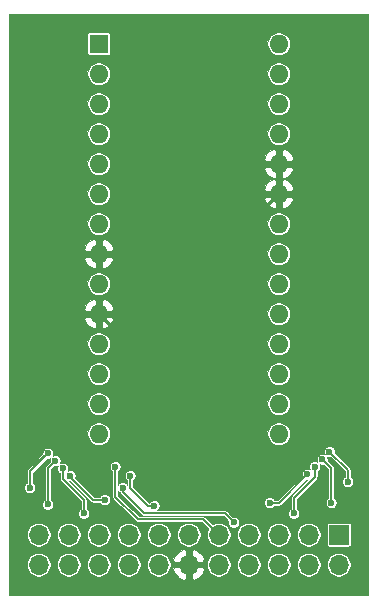
<source format=gbr>
G04 #@! TF.GenerationSoftware,KiCad,Pcbnew,(5.1.5-0-10_14)*
G04 #@! TF.CreationDate,2020-05-05T19:23:22-07:00*
G04 #@! TF.ProjectId,N64 Mask ROM Breakout,4e363420-4d61-4736-9b20-524f4d204272,rev?*
G04 #@! TF.SameCoordinates,Original*
G04 #@! TF.FileFunction,Copper,L2,Bot*
G04 #@! TF.FilePolarity,Positive*
%FSLAX46Y46*%
G04 Gerber Fmt 4.6, Leading zero omitted, Abs format (unit mm)*
G04 Created by KiCad (PCBNEW (5.1.5-0-10_14)) date 2020-05-05 19:23:22*
%MOMM*%
%LPD*%
G04 APERTURE LIST*
%ADD10O,1.700000X1.700000*%
%ADD11R,1.700000X1.700000*%
%ADD12O,1.600000X1.600000*%
%ADD13R,1.600000X1.600000*%
%ADD14C,0.600000*%
%ADD15C,0.304800*%
%ADD16C,0.152400*%
%ADD17C,0.025400*%
G04 APERTURE END LIST*
D10*
X139700000Y-122840000D03*
X139700000Y-120300000D03*
X142240000Y-122840000D03*
X142240000Y-120300000D03*
X144780000Y-122840000D03*
X144780000Y-120300000D03*
X147320000Y-122840000D03*
X147320000Y-120300000D03*
X149860000Y-122840000D03*
X149860000Y-120300000D03*
X152400000Y-122840000D03*
X152400000Y-120300000D03*
X154940000Y-122840000D03*
X154940000Y-120300000D03*
X157480000Y-122840000D03*
X157480000Y-120300000D03*
X160020000Y-122840000D03*
X160020000Y-120300000D03*
X162560000Y-122840000D03*
X162560000Y-120300000D03*
X165100000Y-122840000D03*
D11*
X165100000Y-120300000D03*
D12*
X160020000Y-78740000D03*
X144780000Y-111760000D03*
X160020000Y-81280000D03*
X144780000Y-109220000D03*
X160020000Y-83820000D03*
X144780000Y-106680000D03*
X160020000Y-86360000D03*
X144780000Y-104140000D03*
X160020000Y-88900000D03*
X144780000Y-101600000D03*
X160020000Y-91440000D03*
X144780000Y-99060000D03*
X160020000Y-93980000D03*
X144780000Y-96520000D03*
X160020000Y-96520000D03*
X144780000Y-93980000D03*
X160020000Y-99060000D03*
X144780000Y-91440000D03*
X160020000Y-101600000D03*
X144780000Y-88900000D03*
X160020000Y-104140000D03*
X144780000Y-86360000D03*
X160020000Y-106680000D03*
X144780000Y-83820000D03*
X160020000Y-109220000D03*
X144780000Y-81280000D03*
X160020000Y-111760000D03*
D13*
X144780000Y-78740000D03*
D14*
X140970000Y-92202000D03*
X141986000Y-92202000D03*
X162814000Y-90932000D03*
X163830000Y-90932000D03*
X163830000Y-104648000D03*
X162814000Y-104648000D03*
X150114000Y-116332000D03*
X150114000Y-117348000D03*
X142748000Y-96520000D03*
X142748000Y-101600000D03*
X162052000Y-88900000D03*
X162052000Y-91440000D03*
X139700000Y-120300000D03*
X149479000Y-117856004D03*
X147447000Y-115316000D03*
X156210000Y-119253000D03*
X146811998Y-116332000D03*
X146177000Y-114554000D03*
X164317390Y-113284000D03*
X165862000Y-115824000D03*
X140482610Y-113411000D03*
X138938000Y-116332000D03*
X164465000Y-117602000D03*
X163703000Y-113919000D03*
X140462000Y-117729006D03*
X141097000Y-114046000D03*
X161290000Y-118491000D03*
X163068000Y-114554000D03*
X143510000Y-118491000D03*
X141732000Y-114681000D03*
X159258000Y-117602000D03*
X162433000Y-115189000D03*
X142367000Y-115316000D03*
X145288000Y-117348000D03*
D15*
X150114000Y-106934000D02*
X144780000Y-101600000D01*
X150114000Y-101346000D02*
X160020000Y-91440000D01*
X150114000Y-106934000D02*
X150114000Y-101346000D01*
X150114000Y-116332000D02*
X150114000Y-106934000D01*
D16*
X147447000Y-115316000D02*
X147447000Y-116332000D01*
X148971004Y-117856004D02*
X149479000Y-117856004D01*
X147447000Y-116332000D02*
X148971004Y-117856004D01*
X146812000Y-116713000D02*
X146812000Y-116332002D01*
X148590000Y-118491000D02*
X146812000Y-116713000D01*
X146812000Y-116332002D02*
X146811998Y-116332000D01*
X155448000Y-118491000D02*
X148590000Y-118491000D01*
X156210000Y-119253000D02*
X155448000Y-118491000D01*
X146177000Y-117094000D02*
X146177000Y-114978264D01*
X154940000Y-120300000D02*
X153639000Y-118999000D01*
X146177000Y-114978264D02*
X146177000Y-114554000D01*
X153639000Y-118999000D02*
X148082000Y-118999000D01*
X148082000Y-118999000D02*
X146177000Y-117094000D01*
X165862000Y-114828610D02*
X165862000Y-115824000D01*
X164317390Y-113284000D02*
X165862000Y-114828610D01*
X140482610Y-113411000D02*
X138938000Y-114955610D01*
X138938000Y-114955610D02*
X138938000Y-116332000D01*
X164465000Y-114681000D02*
X163703000Y-113919000D01*
X164465000Y-117602000D02*
X164465000Y-114681000D01*
X140462000Y-114681000D02*
X141097000Y-114046000D01*
X140462000Y-117729006D02*
X140462000Y-114681000D01*
X161290000Y-117157500D02*
X163068000Y-115379500D01*
X163068000Y-115379500D02*
X163068000Y-114554000D01*
X161290000Y-118491000D02*
X161290000Y-117157500D01*
X141732000Y-115570000D02*
X141732000Y-114681000D01*
X143510000Y-117348000D02*
X141732000Y-115570000D01*
X143510000Y-118491000D02*
X143510000Y-117348000D01*
X160020000Y-117602000D02*
X162433000Y-115189000D01*
X159258000Y-117602000D02*
X160020000Y-117602000D01*
X144272000Y-117348000D02*
X145288000Y-117348000D01*
X142367000Y-115443000D02*
X144272000Y-117348000D01*
X142367000Y-115316000D02*
X142367000Y-115443000D01*
D17*
G36*
X167602300Y-125438300D02*
G01*
X137197700Y-125438300D01*
X137197700Y-122740021D01*
X138684900Y-122740021D01*
X138684900Y-122939979D01*
X138723909Y-123136094D01*
X138800430Y-123320830D01*
X138911520Y-123487089D01*
X139052911Y-123628480D01*
X139219170Y-123739570D01*
X139403906Y-123816091D01*
X139600021Y-123855100D01*
X139799979Y-123855100D01*
X139996094Y-123816091D01*
X140180830Y-123739570D01*
X140347089Y-123628480D01*
X140488480Y-123487089D01*
X140599570Y-123320830D01*
X140676091Y-123136094D01*
X140715100Y-122939979D01*
X140715100Y-122740021D01*
X141224900Y-122740021D01*
X141224900Y-122939979D01*
X141263909Y-123136094D01*
X141340430Y-123320830D01*
X141451520Y-123487089D01*
X141592911Y-123628480D01*
X141759170Y-123739570D01*
X141943906Y-123816091D01*
X142140021Y-123855100D01*
X142339979Y-123855100D01*
X142536094Y-123816091D01*
X142720830Y-123739570D01*
X142887089Y-123628480D01*
X143028480Y-123487089D01*
X143139570Y-123320830D01*
X143216091Y-123136094D01*
X143255100Y-122939979D01*
X143255100Y-122740021D01*
X143764900Y-122740021D01*
X143764900Y-122939979D01*
X143803909Y-123136094D01*
X143880430Y-123320830D01*
X143991520Y-123487089D01*
X144132911Y-123628480D01*
X144299170Y-123739570D01*
X144483906Y-123816091D01*
X144680021Y-123855100D01*
X144879979Y-123855100D01*
X145076094Y-123816091D01*
X145260830Y-123739570D01*
X145427089Y-123628480D01*
X145568480Y-123487089D01*
X145679570Y-123320830D01*
X145756091Y-123136094D01*
X145795100Y-122939979D01*
X145795100Y-122740021D01*
X146304900Y-122740021D01*
X146304900Y-122939979D01*
X146343909Y-123136094D01*
X146420430Y-123320830D01*
X146531520Y-123487089D01*
X146672911Y-123628480D01*
X146839170Y-123739570D01*
X147023906Y-123816091D01*
X147220021Y-123855100D01*
X147419979Y-123855100D01*
X147616094Y-123816091D01*
X147800830Y-123739570D01*
X147967089Y-123628480D01*
X148108480Y-123487089D01*
X148219570Y-123320830D01*
X148296091Y-123136094D01*
X148335100Y-122939979D01*
X148335100Y-122740021D01*
X148844900Y-122740021D01*
X148844900Y-122939979D01*
X148883909Y-123136094D01*
X148960430Y-123320830D01*
X149071520Y-123487089D01*
X149212911Y-123628480D01*
X149379170Y-123739570D01*
X149563906Y-123816091D01*
X149760021Y-123855100D01*
X149959979Y-123855100D01*
X150156094Y-123816091D01*
X150340830Y-123739570D01*
X150507089Y-123628480D01*
X150648480Y-123487089D01*
X150759570Y-123320830D01*
X150772585Y-123289407D01*
X151105056Y-123289407D01*
X151217613Y-123533403D01*
X151375608Y-123750752D01*
X151572970Y-123933101D01*
X151802115Y-124073443D01*
X151950595Y-124134933D01*
X152158700Y-124056831D01*
X152158700Y-123081300D01*
X152641300Y-123081300D01*
X152641300Y-124056831D01*
X152849405Y-124134933D01*
X152997885Y-124073443D01*
X153227030Y-123933101D01*
X153424392Y-123750752D01*
X153582387Y-123533403D01*
X153694944Y-123289407D01*
X153619129Y-123081300D01*
X152641300Y-123081300D01*
X152158700Y-123081300D01*
X151180871Y-123081300D01*
X151105056Y-123289407D01*
X150772585Y-123289407D01*
X150836091Y-123136094D01*
X150875100Y-122939979D01*
X150875100Y-122740021D01*
X153924900Y-122740021D01*
X153924900Y-122939979D01*
X153963909Y-123136094D01*
X154040430Y-123320830D01*
X154151520Y-123487089D01*
X154292911Y-123628480D01*
X154459170Y-123739570D01*
X154643906Y-123816091D01*
X154840021Y-123855100D01*
X155039979Y-123855100D01*
X155236094Y-123816091D01*
X155420830Y-123739570D01*
X155587089Y-123628480D01*
X155728480Y-123487089D01*
X155839570Y-123320830D01*
X155916091Y-123136094D01*
X155955100Y-122939979D01*
X155955100Y-122740021D01*
X156464900Y-122740021D01*
X156464900Y-122939979D01*
X156503909Y-123136094D01*
X156580430Y-123320830D01*
X156691520Y-123487089D01*
X156832911Y-123628480D01*
X156999170Y-123739570D01*
X157183906Y-123816091D01*
X157380021Y-123855100D01*
X157579979Y-123855100D01*
X157776094Y-123816091D01*
X157960830Y-123739570D01*
X158127089Y-123628480D01*
X158268480Y-123487089D01*
X158379570Y-123320830D01*
X158456091Y-123136094D01*
X158495100Y-122939979D01*
X158495100Y-122740021D01*
X159004900Y-122740021D01*
X159004900Y-122939979D01*
X159043909Y-123136094D01*
X159120430Y-123320830D01*
X159231520Y-123487089D01*
X159372911Y-123628480D01*
X159539170Y-123739570D01*
X159723906Y-123816091D01*
X159920021Y-123855100D01*
X160119979Y-123855100D01*
X160316094Y-123816091D01*
X160500830Y-123739570D01*
X160667089Y-123628480D01*
X160808480Y-123487089D01*
X160919570Y-123320830D01*
X160996091Y-123136094D01*
X161035100Y-122939979D01*
X161035100Y-122740021D01*
X161544900Y-122740021D01*
X161544900Y-122939979D01*
X161583909Y-123136094D01*
X161660430Y-123320830D01*
X161771520Y-123487089D01*
X161912911Y-123628480D01*
X162079170Y-123739570D01*
X162263906Y-123816091D01*
X162460021Y-123855100D01*
X162659979Y-123855100D01*
X162856094Y-123816091D01*
X163040830Y-123739570D01*
X163207089Y-123628480D01*
X163348480Y-123487089D01*
X163459570Y-123320830D01*
X163536091Y-123136094D01*
X163575100Y-122939979D01*
X163575100Y-122740021D01*
X164084900Y-122740021D01*
X164084900Y-122939979D01*
X164123909Y-123136094D01*
X164200430Y-123320830D01*
X164311520Y-123487089D01*
X164452911Y-123628480D01*
X164619170Y-123739570D01*
X164803906Y-123816091D01*
X165000021Y-123855100D01*
X165199979Y-123855100D01*
X165396094Y-123816091D01*
X165580830Y-123739570D01*
X165747089Y-123628480D01*
X165888480Y-123487089D01*
X165999570Y-123320830D01*
X166076091Y-123136094D01*
X166115100Y-122939979D01*
X166115100Y-122740021D01*
X166076091Y-122543906D01*
X165999570Y-122359170D01*
X165888480Y-122192911D01*
X165747089Y-122051520D01*
X165580830Y-121940430D01*
X165396094Y-121863909D01*
X165199979Y-121824900D01*
X165000021Y-121824900D01*
X164803906Y-121863909D01*
X164619170Y-121940430D01*
X164452911Y-122051520D01*
X164311520Y-122192911D01*
X164200430Y-122359170D01*
X164123909Y-122543906D01*
X164084900Y-122740021D01*
X163575100Y-122740021D01*
X163536091Y-122543906D01*
X163459570Y-122359170D01*
X163348480Y-122192911D01*
X163207089Y-122051520D01*
X163040830Y-121940430D01*
X162856094Y-121863909D01*
X162659979Y-121824900D01*
X162460021Y-121824900D01*
X162263906Y-121863909D01*
X162079170Y-121940430D01*
X161912911Y-122051520D01*
X161771520Y-122192911D01*
X161660430Y-122359170D01*
X161583909Y-122543906D01*
X161544900Y-122740021D01*
X161035100Y-122740021D01*
X160996091Y-122543906D01*
X160919570Y-122359170D01*
X160808480Y-122192911D01*
X160667089Y-122051520D01*
X160500830Y-121940430D01*
X160316094Y-121863909D01*
X160119979Y-121824900D01*
X159920021Y-121824900D01*
X159723906Y-121863909D01*
X159539170Y-121940430D01*
X159372911Y-122051520D01*
X159231520Y-122192911D01*
X159120430Y-122359170D01*
X159043909Y-122543906D01*
X159004900Y-122740021D01*
X158495100Y-122740021D01*
X158456091Y-122543906D01*
X158379570Y-122359170D01*
X158268480Y-122192911D01*
X158127089Y-122051520D01*
X157960830Y-121940430D01*
X157776094Y-121863909D01*
X157579979Y-121824900D01*
X157380021Y-121824900D01*
X157183906Y-121863909D01*
X156999170Y-121940430D01*
X156832911Y-122051520D01*
X156691520Y-122192911D01*
X156580430Y-122359170D01*
X156503909Y-122543906D01*
X156464900Y-122740021D01*
X155955100Y-122740021D01*
X155916091Y-122543906D01*
X155839570Y-122359170D01*
X155728480Y-122192911D01*
X155587089Y-122051520D01*
X155420830Y-121940430D01*
X155236094Y-121863909D01*
X155039979Y-121824900D01*
X154840021Y-121824900D01*
X154643906Y-121863909D01*
X154459170Y-121940430D01*
X154292911Y-122051520D01*
X154151520Y-122192911D01*
X154040430Y-122359170D01*
X153963909Y-122543906D01*
X153924900Y-122740021D01*
X150875100Y-122740021D01*
X150836091Y-122543906D01*
X150772586Y-122390593D01*
X151105056Y-122390593D01*
X151180871Y-122598700D01*
X152158700Y-122598700D01*
X152158700Y-121623169D01*
X152641300Y-121623169D01*
X152641300Y-122598700D01*
X153619129Y-122598700D01*
X153694944Y-122390593D01*
X153582387Y-122146597D01*
X153424392Y-121929248D01*
X153227030Y-121746899D01*
X152997885Y-121606557D01*
X152849405Y-121545067D01*
X152641300Y-121623169D01*
X152158700Y-121623169D01*
X151950595Y-121545067D01*
X151802115Y-121606557D01*
X151572970Y-121746899D01*
X151375608Y-121929248D01*
X151217613Y-122146597D01*
X151105056Y-122390593D01*
X150772586Y-122390593D01*
X150759570Y-122359170D01*
X150648480Y-122192911D01*
X150507089Y-122051520D01*
X150340830Y-121940430D01*
X150156094Y-121863909D01*
X149959979Y-121824900D01*
X149760021Y-121824900D01*
X149563906Y-121863909D01*
X149379170Y-121940430D01*
X149212911Y-122051520D01*
X149071520Y-122192911D01*
X148960430Y-122359170D01*
X148883909Y-122543906D01*
X148844900Y-122740021D01*
X148335100Y-122740021D01*
X148296091Y-122543906D01*
X148219570Y-122359170D01*
X148108480Y-122192911D01*
X147967089Y-122051520D01*
X147800830Y-121940430D01*
X147616094Y-121863909D01*
X147419979Y-121824900D01*
X147220021Y-121824900D01*
X147023906Y-121863909D01*
X146839170Y-121940430D01*
X146672911Y-122051520D01*
X146531520Y-122192911D01*
X146420430Y-122359170D01*
X146343909Y-122543906D01*
X146304900Y-122740021D01*
X145795100Y-122740021D01*
X145756091Y-122543906D01*
X145679570Y-122359170D01*
X145568480Y-122192911D01*
X145427089Y-122051520D01*
X145260830Y-121940430D01*
X145076094Y-121863909D01*
X144879979Y-121824900D01*
X144680021Y-121824900D01*
X144483906Y-121863909D01*
X144299170Y-121940430D01*
X144132911Y-122051520D01*
X143991520Y-122192911D01*
X143880430Y-122359170D01*
X143803909Y-122543906D01*
X143764900Y-122740021D01*
X143255100Y-122740021D01*
X143216091Y-122543906D01*
X143139570Y-122359170D01*
X143028480Y-122192911D01*
X142887089Y-122051520D01*
X142720830Y-121940430D01*
X142536094Y-121863909D01*
X142339979Y-121824900D01*
X142140021Y-121824900D01*
X141943906Y-121863909D01*
X141759170Y-121940430D01*
X141592911Y-122051520D01*
X141451520Y-122192911D01*
X141340430Y-122359170D01*
X141263909Y-122543906D01*
X141224900Y-122740021D01*
X140715100Y-122740021D01*
X140676091Y-122543906D01*
X140599570Y-122359170D01*
X140488480Y-122192911D01*
X140347089Y-122051520D01*
X140180830Y-121940430D01*
X139996094Y-121863909D01*
X139799979Y-121824900D01*
X139600021Y-121824900D01*
X139403906Y-121863909D01*
X139219170Y-121940430D01*
X139052911Y-122051520D01*
X138911520Y-122192911D01*
X138800430Y-122359170D01*
X138723909Y-122543906D01*
X138684900Y-122740021D01*
X137197700Y-122740021D01*
X137197700Y-120200021D01*
X138684900Y-120200021D01*
X138684900Y-120399979D01*
X138723909Y-120596094D01*
X138800430Y-120780830D01*
X138911520Y-120947089D01*
X139052911Y-121088480D01*
X139219170Y-121199570D01*
X139403906Y-121276091D01*
X139600021Y-121315100D01*
X139799979Y-121315100D01*
X139996094Y-121276091D01*
X140180830Y-121199570D01*
X140347089Y-121088480D01*
X140488480Y-120947089D01*
X140599570Y-120780830D01*
X140676091Y-120596094D01*
X140715100Y-120399979D01*
X140715100Y-120200021D01*
X141224900Y-120200021D01*
X141224900Y-120399979D01*
X141263909Y-120596094D01*
X141340430Y-120780830D01*
X141451520Y-120947089D01*
X141592911Y-121088480D01*
X141759170Y-121199570D01*
X141943906Y-121276091D01*
X142140021Y-121315100D01*
X142339979Y-121315100D01*
X142536094Y-121276091D01*
X142720830Y-121199570D01*
X142887089Y-121088480D01*
X143028480Y-120947089D01*
X143139570Y-120780830D01*
X143216091Y-120596094D01*
X143255100Y-120399979D01*
X143255100Y-120200021D01*
X143764900Y-120200021D01*
X143764900Y-120399979D01*
X143803909Y-120596094D01*
X143880430Y-120780830D01*
X143991520Y-120947089D01*
X144132911Y-121088480D01*
X144299170Y-121199570D01*
X144483906Y-121276091D01*
X144680021Y-121315100D01*
X144879979Y-121315100D01*
X145076094Y-121276091D01*
X145260830Y-121199570D01*
X145427089Y-121088480D01*
X145568480Y-120947089D01*
X145679570Y-120780830D01*
X145756091Y-120596094D01*
X145795100Y-120399979D01*
X145795100Y-120200021D01*
X146304900Y-120200021D01*
X146304900Y-120399979D01*
X146343909Y-120596094D01*
X146420430Y-120780830D01*
X146531520Y-120947089D01*
X146672911Y-121088480D01*
X146839170Y-121199570D01*
X147023906Y-121276091D01*
X147220021Y-121315100D01*
X147419979Y-121315100D01*
X147616094Y-121276091D01*
X147800830Y-121199570D01*
X147967089Y-121088480D01*
X148108480Y-120947089D01*
X148219570Y-120780830D01*
X148296091Y-120596094D01*
X148335100Y-120399979D01*
X148335100Y-120200021D01*
X148844900Y-120200021D01*
X148844900Y-120399979D01*
X148883909Y-120596094D01*
X148960430Y-120780830D01*
X149071520Y-120947089D01*
X149212911Y-121088480D01*
X149379170Y-121199570D01*
X149563906Y-121276091D01*
X149760021Y-121315100D01*
X149959979Y-121315100D01*
X150156094Y-121276091D01*
X150340830Y-121199570D01*
X150507089Y-121088480D01*
X150648480Y-120947089D01*
X150759570Y-120780830D01*
X150836091Y-120596094D01*
X150875100Y-120399979D01*
X150875100Y-120200021D01*
X151384900Y-120200021D01*
X151384900Y-120399979D01*
X151423909Y-120596094D01*
X151500430Y-120780830D01*
X151611520Y-120947089D01*
X151752911Y-121088480D01*
X151919170Y-121199570D01*
X152103906Y-121276091D01*
X152300021Y-121315100D01*
X152499979Y-121315100D01*
X152696094Y-121276091D01*
X152880830Y-121199570D01*
X153047089Y-121088480D01*
X153188480Y-120947089D01*
X153299570Y-120780830D01*
X153376091Y-120596094D01*
X153415100Y-120399979D01*
X153415100Y-120200021D01*
X153376091Y-120003906D01*
X153299570Y-119819170D01*
X153188480Y-119652911D01*
X153047089Y-119511520D01*
X152880830Y-119400430D01*
X152696094Y-119323909D01*
X152499979Y-119284900D01*
X152300021Y-119284900D01*
X152103906Y-119323909D01*
X151919170Y-119400430D01*
X151752911Y-119511520D01*
X151611520Y-119652911D01*
X151500430Y-119819170D01*
X151423909Y-120003906D01*
X151384900Y-120200021D01*
X150875100Y-120200021D01*
X150836091Y-120003906D01*
X150759570Y-119819170D01*
X150648480Y-119652911D01*
X150507089Y-119511520D01*
X150340830Y-119400430D01*
X150156094Y-119323909D01*
X149959979Y-119284900D01*
X149760021Y-119284900D01*
X149563906Y-119323909D01*
X149379170Y-119400430D01*
X149212911Y-119511520D01*
X149071520Y-119652911D01*
X148960430Y-119819170D01*
X148883909Y-120003906D01*
X148844900Y-120200021D01*
X148335100Y-120200021D01*
X148296091Y-120003906D01*
X148219570Y-119819170D01*
X148108480Y-119652911D01*
X147967089Y-119511520D01*
X147800830Y-119400430D01*
X147616094Y-119323909D01*
X147419979Y-119284900D01*
X147220021Y-119284900D01*
X147023906Y-119323909D01*
X146839170Y-119400430D01*
X146672911Y-119511520D01*
X146531520Y-119652911D01*
X146420430Y-119819170D01*
X146343909Y-120003906D01*
X146304900Y-120200021D01*
X145795100Y-120200021D01*
X145756091Y-120003906D01*
X145679570Y-119819170D01*
X145568480Y-119652911D01*
X145427089Y-119511520D01*
X145260830Y-119400430D01*
X145076094Y-119323909D01*
X144879979Y-119284900D01*
X144680021Y-119284900D01*
X144483906Y-119323909D01*
X144299170Y-119400430D01*
X144132911Y-119511520D01*
X143991520Y-119652911D01*
X143880430Y-119819170D01*
X143803909Y-120003906D01*
X143764900Y-120200021D01*
X143255100Y-120200021D01*
X143216091Y-120003906D01*
X143139570Y-119819170D01*
X143028480Y-119652911D01*
X142887089Y-119511520D01*
X142720830Y-119400430D01*
X142536094Y-119323909D01*
X142339979Y-119284900D01*
X142140021Y-119284900D01*
X141943906Y-119323909D01*
X141759170Y-119400430D01*
X141592911Y-119511520D01*
X141451520Y-119652911D01*
X141340430Y-119819170D01*
X141263909Y-120003906D01*
X141224900Y-120200021D01*
X140715100Y-120200021D01*
X140676091Y-120003906D01*
X140599570Y-119819170D01*
X140488480Y-119652911D01*
X140347089Y-119511520D01*
X140180830Y-119400430D01*
X139996094Y-119323909D01*
X139799979Y-119284900D01*
X139600021Y-119284900D01*
X139403906Y-119323909D01*
X139219170Y-119400430D01*
X139052911Y-119511520D01*
X138911520Y-119652911D01*
X138800430Y-119819170D01*
X138723909Y-120003906D01*
X138684900Y-120200021D01*
X137197700Y-120200021D01*
X137197700Y-116286192D01*
X138472900Y-116286192D01*
X138472900Y-116377808D01*
X138490774Y-116467665D01*
X138525834Y-116552307D01*
X138576734Y-116628484D01*
X138641516Y-116693266D01*
X138717693Y-116744166D01*
X138802335Y-116779226D01*
X138892192Y-116797100D01*
X138983808Y-116797100D01*
X139073665Y-116779226D01*
X139158307Y-116744166D01*
X139234484Y-116693266D01*
X139299266Y-116628484D01*
X139350166Y-116552307D01*
X139385226Y-116467665D01*
X139403100Y-116377808D01*
X139403100Y-116286192D01*
X139385226Y-116196335D01*
X139350166Y-116111693D01*
X139299266Y-116035516D01*
X139234484Y-115970734D01*
X139179300Y-115933861D01*
X139179300Y-115055559D01*
X140371708Y-113863152D01*
X140436802Y-113876100D01*
X140528418Y-113876100D01*
X140618275Y-113858226D01*
X140682352Y-113831684D01*
X140649774Y-113910335D01*
X140631900Y-114000192D01*
X140631900Y-114091808D01*
X140644848Y-114156902D01*
X140299752Y-114501999D01*
X140290551Y-114509550D01*
X140283000Y-114518751D01*
X140282997Y-114518754D01*
X140260397Y-114546293D01*
X140237990Y-114588213D01*
X140224193Y-114633697D01*
X140219534Y-114681000D01*
X140220701Y-114692849D01*
X140220700Y-117330867D01*
X140165516Y-117367740D01*
X140100734Y-117432522D01*
X140049834Y-117508699D01*
X140014774Y-117593341D01*
X139996900Y-117683198D01*
X139996900Y-117774814D01*
X140014774Y-117864671D01*
X140049834Y-117949313D01*
X140100734Y-118025490D01*
X140165516Y-118090272D01*
X140241693Y-118141172D01*
X140326335Y-118176232D01*
X140416192Y-118194106D01*
X140507808Y-118194106D01*
X140597665Y-118176232D01*
X140682307Y-118141172D01*
X140758484Y-118090272D01*
X140823266Y-118025490D01*
X140874166Y-117949313D01*
X140909226Y-117864671D01*
X140927100Y-117774814D01*
X140927100Y-117683198D01*
X140909226Y-117593341D01*
X140874166Y-117508699D01*
X140823266Y-117432522D01*
X140758484Y-117367740D01*
X140703300Y-117330867D01*
X140703300Y-114780949D01*
X140986098Y-114498152D01*
X141051192Y-114511100D01*
X141142808Y-114511100D01*
X141232665Y-114493226D01*
X141317307Y-114458166D01*
X141324923Y-114453077D01*
X141319834Y-114460693D01*
X141284774Y-114545335D01*
X141266900Y-114635192D01*
X141266900Y-114726808D01*
X141284774Y-114816665D01*
X141319834Y-114901307D01*
X141370734Y-114977484D01*
X141435516Y-115042266D01*
X141490701Y-115079139D01*
X141490700Y-115558161D01*
X141489534Y-115570000D01*
X141490700Y-115581838D01*
X141490700Y-115581848D01*
X141494192Y-115617302D01*
X141507990Y-115662787D01*
X141530396Y-115704707D01*
X141560550Y-115741450D01*
X141569757Y-115749006D01*
X143268701Y-117447951D01*
X143268700Y-118092861D01*
X143213516Y-118129734D01*
X143148734Y-118194516D01*
X143097834Y-118270693D01*
X143062774Y-118355335D01*
X143044900Y-118445192D01*
X143044900Y-118536808D01*
X143062774Y-118626665D01*
X143097834Y-118711307D01*
X143148734Y-118787484D01*
X143213516Y-118852266D01*
X143289693Y-118903166D01*
X143374335Y-118938226D01*
X143464192Y-118956100D01*
X143555808Y-118956100D01*
X143645665Y-118938226D01*
X143730307Y-118903166D01*
X143806484Y-118852266D01*
X143871266Y-118787484D01*
X143922166Y-118711307D01*
X143957226Y-118626665D01*
X143975100Y-118536808D01*
X143975100Y-118445192D01*
X143957226Y-118355335D01*
X143922166Y-118270693D01*
X143871266Y-118194516D01*
X143806484Y-118129734D01*
X143751300Y-118092861D01*
X143751300Y-117359846D01*
X143752467Y-117348000D01*
X143750872Y-117331808D01*
X143747808Y-117300697D01*
X143734010Y-117255212D01*
X143731378Y-117250287D01*
X143711604Y-117213292D01*
X143689003Y-117185753D01*
X143689001Y-117185751D01*
X143681450Y-117176550D01*
X143672249Y-117168999D01*
X142275201Y-115771952D01*
X142321192Y-115781100D01*
X142363851Y-115781100D01*
X144092999Y-117510249D01*
X144100550Y-117519450D01*
X144109751Y-117527001D01*
X144109753Y-117527003D01*
X144137292Y-117549604D01*
X144172284Y-117568307D01*
X144179212Y-117572010D01*
X144224697Y-117585808D01*
X144260151Y-117589300D01*
X144260154Y-117589300D01*
X144272000Y-117590467D01*
X144283846Y-117589300D01*
X144889861Y-117589300D01*
X144926734Y-117644484D01*
X144991516Y-117709266D01*
X145067693Y-117760166D01*
X145152335Y-117795226D01*
X145242192Y-117813100D01*
X145333808Y-117813100D01*
X145423665Y-117795226D01*
X145508307Y-117760166D01*
X145584484Y-117709266D01*
X145649266Y-117644484D01*
X145700166Y-117568307D01*
X145735226Y-117483665D01*
X145753100Y-117393808D01*
X145753100Y-117302192D01*
X145735226Y-117212335D01*
X145700166Y-117127693D01*
X145649266Y-117051516D01*
X145584484Y-116986734D01*
X145508307Y-116935834D01*
X145423665Y-116900774D01*
X145333808Y-116882900D01*
X145242192Y-116882900D01*
X145152335Y-116900774D01*
X145067693Y-116935834D01*
X144991516Y-116986734D01*
X144926734Y-117051516D01*
X144889861Y-117106700D01*
X144371950Y-117106700D01*
X142785724Y-115520475D01*
X142814226Y-115451665D01*
X142832100Y-115361808D01*
X142832100Y-115270192D01*
X142814226Y-115180335D01*
X142779166Y-115095693D01*
X142728266Y-115019516D01*
X142663484Y-114954734D01*
X142587307Y-114903834D01*
X142502665Y-114868774D01*
X142412808Y-114850900D01*
X142321192Y-114850900D01*
X142231335Y-114868774D01*
X142146693Y-114903834D01*
X142139077Y-114908923D01*
X142144166Y-114901307D01*
X142179226Y-114816665D01*
X142197100Y-114726808D01*
X142197100Y-114635192D01*
X142179226Y-114545335D01*
X142163841Y-114508192D01*
X145711900Y-114508192D01*
X145711900Y-114599808D01*
X145729774Y-114689665D01*
X145764834Y-114774307D01*
X145815734Y-114850484D01*
X145880516Y-114915266D01*
X145935700Y-114952139D01*
X145935700Y-114990112D01*
X145935701Y-114990122D01*
X145935700Y-117082161D01*
X145934534Y-117094000D01*
X145935700Y-117105838D01*
X145935700Y-117105848D01*
X145939192Y-117141302D01*
X145952990Y-117186787D01*
X145975396Y-117228707D01*
X146005550Y-117265450D01*
X146014757Y-117273006D01*
X147902999Y-119161249D01*
X147910550Y-119170450D01*
X147919751Y-119178001D01*
X147919753Y-119178003D01*
X147947292Y-119200604D01*
X147959618Y-119207192D01*
X147989212Y-119223010D01*
X148034697Y-119236808D01*
X148070151Y-119240300D01*
X148070154Y-119240300D01*
X148082000Y-119241467D01*
X148093846Y-119240300D01*
X153539051Y-119240300D01*
X154071468Y-119772718D01*
X154040430Y-119819170D01*
X153963909Y-120003906D01*
X153924900Y-120200021D01*
X153924900Y-120399979D01*
X153963909Y-120596094D01*
X154040430Y-120780830D01*
X154151520Y-120947089D01*
X154292911Y-121088480D01*
X154459170Y-121199570D01*
X154643906Y-121276091D01*
X154840021Y-121315100D01*
X155039979Y-121315100D01*
X155236094Y-121276091D01*
X155420830Y-121199570D01*
X155587089Y-121088480D01*
X155728480Y-120947089D01*
X155839570Y-120780830D01*
X155916091Y-120596094D01*
X155955100Y-120399979D01*
X155955100Y-120200021D01*
X156464900Y-120200021D01*
X156464900Y-120399979D01*
X156503909Y-120596094D01*
X156580430Y-120780830D01*
X156691520Y-120947089D01*
X156832911Y-121088480D01*
X156999170Y-121199570D01*
X157183906Y-121276091D01*
X157380021Y-121315100D01*
X157579979Y-121315100D01*
X157776094Y-121276091D01*
X157960830Y-121199570D01*
X158127089Y-121088480D01*
X158268480Y-120947089D01*
X158379570Y-120780830D01*
X158456091Y-120596094D01*
X158495100Y-120399979D01*
X158495100Y-120200021D01*
X159004900Y-120200021D01*
X159004900Y-120399979D01*
X159043909Y-120596094D01*
X159120430Y-120780830D01*
X159231520Y-120947089D01*
X159372911Y-121088480D01*
X159539170Y-121199570D01*
X159723906Y-121276091D01*
X159920021Y-121315100D01*
X160119979Y-121315100D01*
X160316094Y-121276091D01*
X160500830Y-121199570D01*
X160667089Y-121088480D01*
X160808480Y-120947089D01*
X160919570Y-120780830D01*
X160996091Y-120596094D01*
X161035100Y-120399979D01*
X161035100Y-120200021D01*
X161544900Y-120200021D01*
X161544900Y-120399979D01*
X161583909Y-120596094D01*
X161660430Y-120780830D01*
X161771520Y-120947089D01*
X161912911Y-121088480D01*
X162079170Y-121199570D01*
X162263906Y-121276091D01*
X162460021Y-121315100D01*
X162659979Y-121315100D01*
X162856094Y-121276091D01*
X163040830Y-121199570D01*
X163207089Y-121088480D01*
X163348480Y-120947089D01*
X163459570Y-120780830D01*
X163536091Y-120596094D01*
X163575100Y-120399979D01*
X163575100Y-120200021D01*
X163536091Y-120003906D01*
X163459570Y-119819170D01*
X163348480Y-119652911D01*
X163207089Y-119511520D01*
X163115018Y-119450000D01*
X164084102Y-119450000D01*
X164084102Y-121150000D01*
X164087290Y-121182365D01*
X164096730Y-121213486D01*
X164112061Y-121242168D01*
X164132692Y-121267308D01*
X164157832Y-121287939D01*
X164186514Y-121303270D01*
X164217635Y-121312710D01*
X164250000Y-121315898D01*
X165950000Y-121315898D01*
X165982365Y-121312710D01*
X166013486Y-121303270D01*
X166042168Y-121287939D01*
X166067308Y-121267308D01*
X166087939Y-121242168D01*
X166103270Y-121213486D01*
X166112710Y-121182365D01*
X166115898Y-121150000D01*
X166115898Y-119450000D01*
X166112710Y-119417635D01*
X166103270Y-119386514D01*
X166087939Y-119357832D01*
X166067308Y-119332692D01*
X166042168Y-119312061D01*
X166013486Y-119296730D01*
X165982365Y-119287290D01*
X165950000Y-119284102D01*
X164250000Y-119284102D01*
X164217635Y-119287290D01*
X164186514Y-119296730D01*
X164157832Y-119312061D01*
X164132692Y-119332692D01*
X164112061Y-119357832D01*
X164096730Y-119386514D01*
X164087290Y-119417635D01*
X164084102Y-119450000D01*
X163115018Y-119450000D01*
X163040830Y-119400430D01*
X162856094Y-119323909D01*
X162659979Y-119284900D01*
X162460021Y-119284900D01*
X162263906Y-119323909D01*
X162079170Y-119400430D01*
X161912911Y-119511520D01*
X161771520Y-119652911D01*
X161660430Y-119819170D01*
X161583909Y-120003906D01*
X161544900Y-120200021D01*
X161035100Y-120200021D01*
X160996091Y-120003906D01*
X160919570Y-119819170D01*
X160808480Y-119652911D01*
X160667089Y-119511520D01*
X160500830Y-119400430D01*
X160316094Y-119323909D01*
X160119979Y-119284900D01*
X159920021Y-119284900D01*
X159723906Y-119323909D01*
X159539170Y-119400430D01*
X159372911Y-119511520D01*
X159231520Y-119652911D01*
X159120430Y-119819170D01*
X159043909Y-120003906D01*
X159004900Y-120200021D01*
X158495100Y-120200021D01*
X158456091Y-120003906D01*
X158379570Y-119819170D01*
X158268480Y-119652911D01*
X158127089Y-119511520D01*
X157960830Y-119400430D01*
X157776094Y-119323909D01*
X157579979Y-119284900D01*
X157380021Y-119284900D01*
X157183906Y-119323909D01*
X156999170Y-119400430D01*
X156832911Y-119511520D01*
X156691520Y-119652911D01*
X156580430Y-119819170D01*
X156503909Y-120003906D01*
X156464900Y-120200021D01*
X155955100Y-120200021D01*
X155916091Y-120003906D01*
X155839570Y-119819170D01*
X155728480Y-119652911D01*
X155587089Y-119511520D01*
X155420830Y-119400430D01*
X155236094Y-119323909D01*
X155039979Y-119284900D01*
X154840021Y-119284900D01*
X154643906Y-119323909D01*
X154459170Y-119400430D01*
X154412718Y-119431468D01*
X153818006Y-118836757D01*
X153810450Y-118827550D01*
X153773707Y-118797396D01*
X153731788Y-118774990D01*
X153686303Y-118761192D01*
X153650849Y-118757700D01*
X153650838Y-118757700D01*
X153639000Y-118756534D01*
X153627162Y-118757700D01*
X148181950Y-118757700D01*
X146418300Y-116994051D01*
X146418300Y-116579946D01*
X146450732Y-116628484D01*
X146515514Y-116693266D01*
X146571258Y-116730513D01*
X146574192Y-116760302D01*
X146587990Y-116805787D01*
X146610396Y-116847707D01*
X146640550Y-116884450D01*
X146649757Y-116892006D01*
X148410999Y-118653249D01*
X148418550Y-118662450D01*
X148427751Y-118670001D01*
X148427753Y-118670003D01*
X148455292Y-118692604D01*
X148490284Y-118711307D01*
X148497212Y-118715010D01*
X148542697Y-118728808D01*
X148578151Y-118732300D01*
X148578154Y-118732300D01*
X148590000Y-118733467D01*
X148601846Y-118732300D01*
X155348051Y-118732300D01*
X155757848Y-119142098D01*
X155744900Y-119207192D01*
X155744900Y-119298808D01*
X155762774Y-119388665D01*
X155797834Y-119473307D01*
X155848734Y-119549484D01*
X155913516Y-119614266D01*
X155989693Y-119665166D01*
X156074335Y-119700226D01*
X156164192Y-119718100D01*
X156255808Y-119718100D01*
X156345665Y-119700226D01*
X156430307Y-119665166D01*
X156506484Y-119614266D01*
X156571266Y-119549484D01*
X156622166Y-119473307D01*
X156657226Y-119388665D01*
X156675100Y-119298808D01*
X156675100Y-119207192D01*
X156657226Y-119117335D01*
X156622166Y-119032693D01*
X156571266Y-118956516D01*
X156506484Y-118891734D01*
X156430307Y-118840834D01*
X156345665Y-118805774D01*
X156255808Y-118787900D01*
X156164192Y-118787900D01*
X156099098Y-118800848D01*
X155627006Y-118328757D01*
X155619450Y-118319550D01*
X155582707Y-118289396D01*
X155540788Y-118266990D01*
X155495303Y-118253192D01*
X155459849Y-118249700D01*
X155459838Y-118249700D01*
X155448000Y-118248534D01*
X155436162Y-118249700D01*
X149726949Y-118249700D01*
X149775484Y-118217270D01*
X149840266Y-118152488D01*
X149891166Y-118076311D01*
X149926226Y-117991669D01*
X149944100Y-117901812D01*
X149944100Y-117810196D01*
X149926226Y-117720339D01*
X149891166Y-117635697D01*
X149840266Y-117559520D01*
X149836938Y-117556192D01*
X158792900Y-117556192D01*
X158792900Y-117647808D01*
X158810774Y-117737665D01*
X158845834Y-117822307D01*
X158896734Y-117898484D01*
X158961516Y-117963266D01*
X159037693Y-118014166D01*
X159122335Y-118049226D01*
X159212192Y-118067100D01*
X159303808Y-118067100D01*
X159393665Y-118049226D01*
X159478307Y-118014166D01*
X159554484Y-117963266D01*
X159619266Y-117898484D01*
X159656139Y-117843300D01*
X160008162Y-117843300D01*
X160020000Y-117844466D01*
X160031838Y-117843300D01*
X160031849Y-117843300D01*
X160067303Y-117839808D01*
X160112788Y-117826010D01*
X160154707Y-117803604D01*
X160191450Y-117773450D01*
X160199006Y-117764243D01*
X162322098Y-115641152D01*
X162387192Y-115654100D01*
X162452150Y-115654100D01*
X161127752Y-116978499D01*
X161118551Y-116986050D01*
X161111000Y-116995251D01*
X161110997Y-116995254D01*
X161088397Y-117022793D01*
X161065990Y-117064713D01*
X161052193Y-117110197D01*
X161047534Y-117157500D01*
X161048701Y-117169348D01*
X161048700Y-118092861D01*
X160993516Y-118129734D01*
X160928734Y-118194516D01*
X160877834Y-118270693D01*
X160842774Y-118355335D01*
X160824900Y-118445192D01*
X160824900Y-118536808D01*
X160842774Y-118626665D01*
X160877834Y-118711307D01*
X160928734Y-118787484D01*
X160993516Y-118852266D01*
X161069693Y-118903166D01*
X161154335Y-118938226D01*
X161244192Y-118956100D01*
X161335808Y-118956100D01*
X161425665Y-118938226D01*
X161510307Y-118903166D01*
X161586484Y-118852266D01*
X161651266Y-118787484D01*
X161702166Y-118711307D01*
X161737226Y-118626665D01*
X161755100Y-118536808D01*
X161755100Y-118445192D01*
X161737226Y-118355335D01*
X161702166Y-118270693D01*
X161651266Y-118194516D01*
X161586484Y-118129734D01*
X161531300Y-118092861D01*
X161531300Y-117257449D01*
X163230249Y-115558501D01*
X163239450Y-115550950D01*
X163247003Y-115541747D01*
X163269604Y-115514208D01*
X163292010Y-115472288D01*
X163298266Y-115451665D01*
X163305808Y-115426803D01*
X163309300Y-115391349D01*
X163309300Y-115391346D01*
X163310467Y-115379500D01*
X163309300Y-115367654D01*
X163309300Y-114952139D01*
X163364484Y-114915266D01*
X163429266Y-114850484D01*
X163480166Y-114774307D01*
X163515226Y-114689665D01*
X163533100Y-114599808D01*
X163533100Y-114508192D01*
X163515226Y-114418335D01*
X163480166Y-114333693D01*
X163475077Y-114326077D01*
X163482693Y-114331166D01*
X163567335Y-114366226D01*
X163657192Y-114384100D01*
X163748808Y-114384100D01*
X163813902Y-114371152D01*
X164223701Y-114780951D01*
X164223700Y-117203861D01*
X164168516Y-117240734D01*
X164103734Y-117305516D01*
X164052834Y-117381693D01*
X164017774Y-117466335D01*
X163999900Y-117556192D01*
X163999900Y-117647808D01*
X164017774Y-117737665D01*
X164052834Y-117822307D01*
X164103734Y-117898484D01*
X164168516Y-117963266D01*
X164244693Y-118014166D01*
X164329335Y-118049226D01*
X164419192Y-118067100D01*
X164510808Y-118067100D01*
X164600665Y-118049226D01*
X164685307Y-118014166D01*
X164761484Y-117963266D01*
X164826266Y-117898484D01*
X164877166Y-117822307D01*
X164912226Y-117737665D01*
X164930100Y-117647808D01*
X164930100Y-117556192D01*
X164912226Y-117466335D01*
X164877166Y-117381693D01*
X164826266Y-117305516D01*
X164761484Y-117240734D01*
X164706300Y-117203861D01*
X164706300Y-114692846D01*
X164707467Y-114681000D01*
X164706025Y-114666363D01*
X164702808Y-114633697D01*
X164689010Y-114588212D01*
X164687904Y-114586143D01*
X164666604Y-114546292D01*
X164644003Y-114518753D01*
X164644001Y-114518751D01*
X164636450Y-114509550D01*
X164627249Y-114501999D01*
X164155152Y-114029902D01*
X164168100Y-113964808D01*
X164168100Y-113873192D01*
X164150226Y-113783335D01*
X164117648Y-113704684D01*
X164181725Y-113731226D01*
X164271582Y-113749100D01*
X164363198Y-113749100D01*
X164428292Y-113736152D01*
X165620700Y-114928560D01*
X165620701Y-115425861D01*
X165565516Y-115462734D01*
X165500734Y-115527516D01*
X165449834Y-115603693D01*
X165414774Y-115688335D01*
X165396900Y-115778192D01*
X165396900Y-115869808D01*
X165414774Y-115959665D01*
X165449834Y-116044307D01*
X165500734Y-116120484D01*
X165565516Y-116185266D01*
X165641693Y-116236166D01*
X165726335Y-116271226D01*
X165816192Y-116289100D01*
X165907808Y-116289100D01*
X165997665Y-116271226D01*
X166082307Y-116236166D01*
X166158484Y-116185266D01*
X166223266Y-116120484D01*
X166274166Y-116044307D01*
X166309226Y-115959665D01*
X166327100Y-115869808D01*
X166327100Y-115778192D01*
X166309226Y-115688335D01*
X166274166Y-115603693D01*
X166223266Y-115527516D01*
X166158484Y-115462734D01*
X166103300Y-115425861D01*
X166103300Y-114840448D01*
X166104466Y-114828609D01*
X166103300Y-114816771D01*
X166103300Y-114816761D01*
X166099808Y-114781307D01*
X166086010Y-114735822D01*
X166063604Y-114693903D01*
X166033450Y-114657160D01*
X166024249Y-114649609D01*
X164769542Y-113394902D01*
X164782490Y-113329808D01*
X164782490Y-113238192D01*
X164764616Y-113148335D01*
X164729556Y-113063693D01*
X164678656Y-112987516D01*
X164613874Y-112922734D01*
X164537697Y-112871834D01*
X164453055Y-112836774D01*
X164363198Y-112818900D01*
X164271582Y-112818900D01*
X164181725Y-112836774D01*
X164097083Y-112871834D01*
X164020906Y-112922734D01*
X163956124Y-112987516D01*
X163905224Y-113063693D01*
X163870164Y-113148335D01*
X163852290Y-113238192D01*
X163852290Y-113329808D01*
X163870164Y-113419665D01*
X163902742Y-113498316D01*
X163838665Y-113471774D01*
X163748808Y-113453900D01*
X163657192Y-113453900D01*
X163567335Y-113471774D01*
X163482693Y-113506834D01*
X163406516Y-113557734D01*
X163341734Y-113622516D01*
X163290834Y-113698693D01*
X163255774Y-113783335D01*
X163237900Y-113873192D01*
X163237900Y-113964808D01*
X163255774Y-114054665D01*
X163290834Y-114139307D01*
X163295923Y-114146923D01*
X163288307Y-114141834D01*
X163203665Y-114106774D01*
X163113808Y-114088900D01*
X163022192Y-114088900D01*
X162932335Y-114106774D01*
X162847693Y-114141834D01*
X162771516Y-114192734D01*
X162706734Y-114257516D01*
X162655834Y-114333693D01*
X162620774Y-114418335D01*
X162602900Y-114508192D01*
X162602900Y-114599808D01*
X162620774Y-114689665D01*
X162655834Y-114774307D01*
X162660923Y-114781923D01*
X162653307Y-114776834D01*
X162568665Y-114741774D01*
X162478808Y-114723900D01*
X162387192Y-114723900D01*
X162297335Y-114741774D01*
X162212693Y-114776834D01*
X162136516Y-114827734D01*
X162071734Y-114892516D01*
X162020834Y-114968693D01*
X161985774Y-115053335D01*
X161967900Y-115143192D01*
X161967900Y-115234808D01*
X161980848Y-115299902D01*
X159920051Y-117360700D01*
X159656139Y-117360700D01*
X159619266Y-117305516D01*
X159554484Y-117240734D01*
X159478307Y-117189834D01*
X159393665Y-117154774D01*
X159303808Y-117136900D01*
X159212192Y-117136900D01*
X159122335Y-117154774D01*
X159037693Y-117189834D01*
X158961516Y-117240734D01*
X158896734Y-117305516D01*
X158845834Y-117381693D01*
X158810774Y-117466335D01*
X158792900Y-117556192D01*
X149836938Y-117556192D01*
X149775484Y-117494738D01*
X149699307Y-117443838D01*
X149614665Y-117408778D01*
X149524808Y-117390904D01*
X149433192Y-117390904D01*
X149343335Y-117408778D01*
X149258693Y-117443838D01*
X149182516Y-117494738D01*
X149117734Y-117559520D01*
X149080861Y-117614704D01*
X149070954Y-117614704D01*
X147688300Y-116232051D01*
X147688300Y-115714139D01*
X147743484Y-115677266D01*
X147808266Y-115612484D01*
X147859166Y-115536307D01*
X147894226Y-115451665D01*
X147912100Y-115361808D01*
X147912100Y-115270192D01*
X147894226Y-115180335D01*
X147859166Y-115095693D01*
X147808266Y-115019516D01*
X147743484Y-114954734D01*
X147667307Y-114903834D01*
X147582665Y-114868774D01*
X147492808Y-114850900D01*
X147401192Y-114850900D01*
X147311335Y-114868774D01*
X147226693Y-114903834D01*
X147150516Y-114954734D01*
X147085734Y-115019516D01*
X147034834Y-115095693D01*
X146999774Y-115180335D01*
X146981900Y-115270192D01*
X146981900Y-115361808D01*
X146999774Y-115451665D01*
X147034834Y-115536307D01*
X147085734Y-115612484D01*
X147150516Y-115677266D01*
X147205700Y-115714139D01*
X147205701Y-116084061D01*
X147173264Y-116035516D01*
X147108482Y-115970734D01*
X147032305Y-115919834D01*
X146947663Y-115884774D01*
X146857806Y-115866900D01*
X146766190Y-115866900D01*
X146676333Y-115884774D01*
X146591691Y-115919834D01*
X146515514Y-115970734D01*
X146450732Y-116035516D01*
X146418300Y-116084054D01*
X146418300Y-114952139D01*
X146473484Y-114915266D01*
X146538266Y-114850484D01*
X146589166Y-114774307D01*
X146624226Y-114689665D01*
X146642100Y-114599808D01*
X146642100Y-114508192D01*
X146624226Y-114418335D01*
X146589166Y-114333693D01*
X146538266Y-114257516D01*
X146473484Y-114192734D01*
X146397307Y-114141834D01*
X146312665Y-114106774D01*
X146222808Y-114088900D01*
X146131192Y-114088900D01*
X146041335Y-114106774D01*
X145956693Y-114141834D01*
X145880516Y-114192734D01*
X145815734Y-114257516D01*
X145764834Y-114333693D01*
X145729774Y-114418335D01*
X145711900Y-114508192D01*
X142163841Y-114508192D01*
X142144166Y-114460693D01*
X142093266Y-114384516D01*
X142028484Y-114319734D01*
X141952307Y-114268834D01*
X141867665Y-114233774D01*
X141777808Y-114215900D01*
X141686192Y-114215900D01*
X141596335Y-114233774D01*
X141511693Y-114268834D01*
X141504077Y-114273923D01*
X141509166Y-114266307D01*
X141544226Y-114181665D01*
X141562100Y-114091808D01*
X141562100Y-114000192D01*
X141544226Y-113910335D01*
X141509166Y-113825693D01*
X141458266Y-113749516D01*
X141393484Y-113684734D01*
X141317307Y-113633834D01*
X141232665Y-113598774D01*
X141142808Y-113580900D01*
X141051192Y-113580900D01*
X140961335Y-113598774D01*
X140897258Y-113625316D01*
X140929836Y-113546665D01*
X140947710Y-113456808D01*
X140947710Y-113365192D01*
X140929836Y-113275335D01*
X140894776Y-113190693D01*
X140843876Y-113114516D01*
X140779094Y-113049734D01*
X140702917Y-112998834D01*
X140618275Y-112963774D01*
X140528418Y-112945900D01*
X140436802Y-112945900D01*
X140346945Y-112963774D01*
X140262303Y-112998834D01*
X140186126Y-113049734D01*
X140121344Y-113114516D01*
X140070444Y-113190693D01*
X140035384Y-113275335D01*
X140017510Y-113365192D01*
X140017510Y-113456808D01*
X140030458Y-113521902D01*
X138775757Y-114776604D01*
X138766550Y-114784160D01*
X138736396Y-114820903D01*
X138713990Y-114862823D01*
X138700192Y-114908308D01*
X138696700Y-114943762D01*
X138696700Y-114943772D01*
X138695534Y-114955610D01*
X138696700Y-114967449D01*
X138696701Y-115933861D01*
X138641516Y-115970734D01*
X138576734Y-116035516D01*
X138525834Y-116111693D01*
X138490774Y-116196335D01*
X138472900Y-116286192D01*
X137197700Y-116286192D01*
X137197700Y-111664946D01*
X143814900Y-111664946D01*
X143814900Y-111855054D01*
X143851988Y-112041509D01*
X143924739Y-112217146D01*
X144030358Y-112375216D01*
X144164784Y-112509642D01*
X144322854Y-112615261D01*
X144498491Y-112688012D01*
X144684946Y-112725100D01*
X144875054Y-112725100D01*
X145061509Y-112688012D01*
X145237146Y-112615261D01*
X145395216Y-112509642D01*
X145529642Y-112375216D01*
X145635261Y-112217146D01*
X145708012Y-112041509D01*
X145745100Y-111855054D01*
X145745100Y-111664946D01*
X159054900Y-111664946D01*
X159054900Y-111855054D01*
X159091988Y-112041509D01*
X159164739Y-112217146D01*
X159270358Y-112375216D01*
X159404784Y-112509642D01*
X159562854Y-112615261D01*
X159738491Y-112688012D01*
X159924946Y-112725100D01*
X160115054Y-112725100D01*
X160301509Y-112688012D01*
X160477146Y-112615261D01*
X160635216Y-112509642D01*
X160769642Y-112375216D01*
X160875261Y-112217146D01*
X160948012Y-112041509D01*
X160985100Y-111855054D01*
X160985100Y-111664946D01*
X160948012Y-111478491D01*
X160875261Y-111302854D01*
X160769642Y-111144784D01*
X160635216Y-111010358D01*
X160477146Y-110904739D01*
X160301509Y-110831988D01*
X160115054Y-110794900D01*
X159924946Y-110794900D01*
X159738491Y-110831988D01*
X159562854Y-110904739D01*
X159404784Y-111010358D01*
X159270358Y-111144784D01*
X159164739Y-111302854D01*
X159091988Y-111478491D01*
X159054900Y-111664946D01*
X145745100Y-111664946D01*
X145708012Y-111478491D01*
X145635261Y-111302854D01*
X145529642Y-111144784D01*
X145395216Y-111010358D01*
X145237146Y-110904739D01*
X145061509Y-110831988D01*
X144875054Y-110794900D01*
X144684946Y-110794900D01*
X144498491Y-110831988D01*
X144322854Y-110904739D01*
X144164784Y-111010358D01*
X144030358Y-111144784D01*
X143924739Y-111302854D01*
X143851988Y-111478491D01*
X143814900Y-111664946D01*
X137197700Y-111664946D01*
X137197700Y-109124946D01*
X143814900Y-109124946D01*
X143814900Y-109315054D01*
X143851988Y-109501509D01*
X143924739Y-109677146D01*
X144030358Y-109835216D01*
X144164784Y-109969642D01*
X144322854Y-110075261D01*
X144498491Y-110148012D01*
X144684946Y-110185100D01*
X144875054Y-110185100D01*
X145061509Y-110148012D01*
X145237146Y-110075261D01*
X145395216Y-109969642D01*
X145529642Y-109835216D01*
X145635261Y-109677146D01*
X145708012Y-109501509D01*
X145745100Y-109315054D01*
X145745100Y-109124946D01*
X159054900Y-109124946D01*
X159054900Y-109315054D01*
X159091988Y-109501509D01*
X159164739Y-109677146D01*
X159270358Y-109835216D01*
X159404784Y-109969642D01*
X159562854Y-110075261D01*
X159738491Y-110148012D01*
X159924946Y-110185100D01*
X160115054Y-110185100D01*
X160301509Y-110148012D01*
X160477146Y-110075261D01*
X160635216Y-109969642D01*
X160769642Y-109835216D01*
X160875261Y-109677146D01*
X160948012Y-109501509D01*
X160985100Y-109315054D01*
X160985100Y-109124946D01*
X160948012Y-108938491D01*
X160875261Y-108762854D01*
X160769642Y-108604784D01*
X160635216Y-108470358D01*
X160477146Y-108364739D01*
X160301509Y-108291988D01*
X160115054Y-108254900D01*
X159924946Y-108254900D01*
X159738491Y-108291988D01*
X159562854Y-108364739D01*
X159404784Y-108470358D01*
X159270358Y-108604784D01*
X159164739Y-108762854D01*
X159091988Y-108938491D01*
X159054900Y-109124946D01*
X145745100Y-109124946D01*
X145708012Y-108938491D01*
X145635261Y-108762854D01*
X145529642Y-108604784D01*
X145395216Y-108470358D01*
X145237146Y-108364739D01*
X145061509Y-108291988D01*
X144875054Y-108254900D01*
X144684946Y-108254900D01*
X144498491Y-108291988D01*
X144322854Y-108364739D01*
X144164784Y-108470358D01*
X144030358Y-108604784D01*
X143924739Y-108762854D01*
X143851988Y-108938491D01*
X143814900Y-109124946D01*
X137197700Y-109124946D01*
X137197700Y-106584946D01*
X143814900Y-106584946D01*
X143814900Y-106775054D01*
X143851988Y-106961509D01*
X143924739Y-107137146D01*
X144030358Y-107295216D01*
X144164784Y-107429642D01*
X144322854Y-107535261D01*
X144498491Y-107608012D01*
X144684946Y-107645100D01*
X144875054Y-107645100D01*
X145061509Y-107608012D01*
X145237146Y-107535261D01*
X145395216Y-107429642D01*
X145529642Y-107295216D01*
X145635261Y-107137146D01*
X145708012Y-106961509D01*
X145745100Y-106775054D01*
X145745100Y-106584946D01*
X159054900Y-106584946D01*
X159054900Y-106775054D01*
X159091988Y-106961509D01*
X159164739Y-107137146D01*
X159270358Y-107295216D01*
X159404784Y-107429642D01*
X159562854Y-107535261D01*
X159738491Y-107608012D01*
X159924946Y-107645100D01*
X160115054Y-107645100D01*
X160301509Y-107608012D01*
X160477146Y-107535261D01*
X160635216Y-107429642D01*
X160769642Y-107295216D01*
X160875261Y-107137146D01*
X160948012Y-106961509D01*
X160985100Y-106775054D01*
X160985100Y-106584946D01*
X160948012Y-106398491D01*
X160875261Y-106222854D01*
X160769642Y-106064784D01*
X160635216Y-105930358D01*
X160477146Y-105824739D01*
X160301509Y-105751988D01*
X160115054Y-105714900D01*
X159924946Y-105714900D01*
X159738491Y-105751988D01*
X159562854Y-105824739D01*
X159404784Y-105930358D01*
X159270358Y-106064784D01*
X159164739Y-106222854D01*
X159091988Y-106398491D01*
X159054900Y-106584946D01*
X145745100Y-106584946D01*
X145708012Y-106398491D01*
X145635261Y-106222854D01*
X145529642Y-106064784D01*
X145395216Y-105930358D01*
X145237146Y-105824739D01*
X145061509Y-105751988D01*
X144875054Y-105714900D01*
X144684946Y-105714900D01*
X144498491Y-105751988D01*
X144322854Y-105824739D01*
X144164784Y-105930358D01*
X144030358Y-106064784D01*
X143924739Y-106222854D01*
X143851988Y-106398491D01*
X143814900Y-106584946D01*
X137197700Y-106584946D01*
X137197700Y-104044946D01*
X143814900Y-104044946D01*
X143814900Y-104235054D01*
X143851988Y-104421509D01*
X143924739Y-104597146D01*
X144030358Y-104755216D01*
X144164784Y-104889642D01*
X144322854Y-104995261D01*
X144498491Y-105068012D01*
X144684946Y-105105100D01*
X144875054Y-105105100D01*
X145061509Y-105068012D01*
X145237146Y-104995261D01*
X145395216Y-104889642D01*
X145529642Y-104755216D01*
X145635261Y-104597146D01*
X145708012Y-104421509D01*
X145745100Y-104235054D01*
X145745100Y-104044946D01*
X159054900Y-104044946D01*
X159054900Y-104235054D01*
X159091988Y-104421509D01*
X159164739Y-104597146D01*
X159270358Y-104755216D01*
X159404784Y-104889642D01*
X159562854Y-104995261D01*
X159738491Y-105068012D01*
X159924946Y-105105100D01*
X160115054Y-105105100D01*
X160301509Y-105068012D01*
X160477146Y-104995261D01*
X160635216Y-104889642D01*
X160769642Y-104755216D01*
X160875261Y-104597146D01*
X160948012Y-104421509D01*
X160985100Y-104235054D01*
X160985100Y-104044946D01*
X160948012Y-103858491D01*
X160875261Y-103682854D01*
X160769642Y-103524784D01*
X160635216Y-103390358D01*
X160477146Y-103284739D01*
X160301509Y-103211988D01*
X160115054Y-103174900D01*
X159924946Y-103174900D01*
X159738491Y-103211988D01*
X159562854Y-103284739D01*
X159404784Y-103390358D01*
X159270358Y-103524784D01*
X159164739Y-103682854D01*
X159091988Y-103858491D01*
X159054900Y-104044946D01*
X145745100Y-104044946D01*
X145708012Y-103858491D01*
X145635261Y-103682854D01*
X145529642Y-103524784D01*
X145395216Y-103390358D01*
X145237146Y-103284739D01*
X145061509Y-103211988D01*
X144875054Y-103174900D01*
X144684946Y-103174900D01*
X144498491Y-103211988D01*
X144322854Y-103284739D01*
X144164784Y-103390358D01*
X144030358Y-103524784D01*
X143924739Y-103682854D01*
X143851988Y-103858491D01*
X143814900Y-104044946D01*
X137197700Y-104044946D01*
X137197700Y-102041454D01*
X143535265Y-102041454D01*
X143587676Y-102168012D01*
X143721400Y-102389709D01*
X143895805Y-102581058D01*
X144104189Y-102734705D01*
X144338544Y-102844746D01*
X144538700Y-102768305D01*
X144538700Y-101841300D01*
X145021300Y-101841300D01*
X145021300Y-102768305D01*
X145221456Y-102844746D01*
X145455811Y-102734705D01*
X145664195Y-102581058D01*
X145838600Y-102389709D01*
X145972324Y-102168012D01*
X146024735Y-102041454D01*
X145945815Y-101841300D01*
X145021300Y-101841300D01*
X144538700Y-101841300D01*
X143614185Y-101841300D01*
X143535265Y-102041454D01*
X137197700Y-102041454D01*
X137197700Y-101504946D01*
X159054900Y-101504946D01*
X159054900Y-101695054D01*
X159091988Y-101881509D01*
X159164739Y-102057146D01*
X159270358Y-102215216D01*
X159404784Y-102349642D01*
X159562854Y-102455261D01*
X159738491Y-102528012D01*
X159924946Y-102565100D01*
X160115054Y-102565100D01*
X160301509Y-102528012D01*
X160477146Y-102455261D01*
X160635216Y-102349642D01*
X160769642Y-102215216D01*
X160875261Y-102057146D01*
X160948012Y-101881509D01*
X160985100Y-101695054D01*
X160985100Y-101504946D01*
X160948012Y-101318491D01*
X160875261Y-101142854D01*
X160769642Y-100984784D01*
X160635216Y-100850358D01*
X160477146Y-100744739D01*
X160301509Y-100671988D01*
X160115054Y-100634900D01*
X159924946Y-100634900D01*
X159738491Y-100671988D01*
X159562854Y-100744739D01*
X159404784Y-100850358D01*
X159270358Y-100984784D01*
X159164739Y-101142854D01*
X159091988Y-101318491D01*
X159054900Y-101504946D01*
X137197700Y-101504946D01*
X137197700Y-101158546D01*
X143535265Y-101158546D01*
X143614185Y-101358700D01*
X144538700Y-101358700D01*
X144538700Y-100431695D01*
X145021300Y-100431695D01*
X145021300Y-101358700D01*
X145945815Y-101358700D01*
X146024735Y-101158546D01*
X145972324Y-101031988D01*
X145838600Y-100810291D01*
X145664195Y-100618942D01*
X145455811Y-100465295D01*
X145221456Y-100355254D01*
X145021300Y-100431695D01*
X144538700Y-100431695D01*
X144338544Y-100355254D01*
X144104189Y-100465295D01*
X143895805Y-100618942D01*
X143721400Y-100810291D01*
X143587676Y-101031988D01*
X143535265Y-101158546D01*
X137197700Y-101158546D01*
X137197700Y-98964946D01*
X143814900Y-98964946D01*
X143814900Y-99155054D01*
X143851988Y-99341509D01*
X143924739Y-99517146D01*
X144030358Y-99675216D01*
X144164784Y-99809642D01*
X144322854Y-99915261D01*
X144498491Y-99988012D01*
X144684946Y-100025100D01*
X144875054Y-100025100D01*
X145061509Y-99988012D01*
X145237146Y-99915261D01*
X145395216Y-99809642D01*
X145529642Y-99675216D01*
X145635261Y-99517146D01*
X145708012Y-99341509D01*
X145745100Y-99155054D01*
X145745100Y-98964946D01*
X159054900Y-98964946D01*
X159054900Y-99155054D01*
X159091988Y-99341509D01*
X159164739Y-99517146D01*
X159270358Y-99675216D01*
X159404784Y-99809642D01*
X159562854Y-99915261D01*
X159738491Y-99988012D01*
X159924946Y-100025100D01*
X160115054Y-100025100D01*
X160301509Y-99988012D01*
X160477146Y-99915261D01*
X160635216Y-99809642D01*
X160769642Y-99675216D01*
X160875261Y-99517146D01*
X160948012Y-99341509D01*
X160985100Y-99155054D01*
X160985100Y-98964946D01*
X160948012Y-98778491D01*
X160875261Y-98602854D01*
X160769642Y-98444784D01*
X160635216Y-98310358D01*
X160477146Y-98204739D01*
X160301509Y-98131988D01*
X160115054Y-98094900D01*
X159924946Y-98094900D01*
X159738491Y-98131988D01*
X159562854Y-98204739D01*
X159404784Y-98310358D01*
X159270358Y-98444784D01*
X159164739Y-98602854D01*
X159091988Y-98778491D01*
X159054900Y-98964946D01*
X145745100Y-98964946D01*
X145708012Y-98778491D01*
X145635261Y-98602854D01*
X145529642Y-98444784D01*
X145395216Y-98310358D01*
X145237146Y-98204739D01*
X145061509Y-98131988D01*
X144875054Y-98094900D01*
X144684946Y-98094900D01*
X144498491Y-98131988D01*
X144322854Y-98204739D01*
X144164784Y-98310358D01*
X144030358Y-98444784D01*
X143924739Y-98602854D01*
X143851988Y-98778491D01*
X143814900Y-98964946D01*
X137197700Y-98964946D01*
X137197700Y-96961454D01*
X143535265Y-96961454D01*
X143587676Y-97088012D01*
X143721400Y-97309709D01*
X143895805Y-97501058D01*
X144104189Y-97654705D01*
X144338544Y-97764746D01*
X144538700Y-97688305D01*
X144538700Y-96761300D01*
X145021300Y-96761300D01*
X145021300Y-97688305D01*
X145221456Y-97764746D01*
X145455811Y-97654705D01*
X145664195Y-97501058D01*
X145838600Y-97309709D01*
X145972324Y-97088012D01*
X146024735Y-96961454D01*
X145945815Y-96761300D01*
X145021300Y-96761300D01*
X144538700Y-96761300D01*
X143614185Y-96761300D01*
X143535265Y-96961454D01*
X137197700Y-96961454D01*
X137197700Y-96424946D01*
X159054900Y-96424946D01*
X159054900Y-96615054D01*
X159091988Y-96801509D01*
X159164739Y-96977146D01*
X159270358Y-97135216D01*
X159404784Y-97269642D01*
X159562854Y-97375261D01*
X159738491Y-97448012D01*
X159924946Y-97485100D01*
X160115054Y-97485100D01*
X160301509Y-97448012D01*
X160477146Y-97375261D01*
X160635216Y-97269642D01*
X160769642Y-97135216D01*
X160875261Y-96977146D01*
X160948012Y-96801509D01*
X160985100Y-96615054D01*
X160985100Y-96424946D01*
X160948012Y-96238491D01*
X160875261Y-96062854D01*
X160769642Y-95904784D01*
X160635216Y-95770358D01*
X160477146Y-95664739D01*
X160301509Y-95591988D01*
X160115054Y-95554900D01*
X159924946Y-95554900D01*
X159738491Y-95591988D01*
X159562854Y-95664739D01*
X159404784Y-95770358D01*
X159270358Y-95904784D01*
X159164739Y-96062854D01*
X159091988Y-96238491D01*
X159054900Y-96424946D01*
X137197700Y-96424946D01*
X137197700Y-96078546D01*
X143535265Y-96078546D01*
X143614185Y-96278700D01*
X144538700Y-96278700D01*
X144538700Y-95351695D01*
X145021300Y-95351695D01*
X145021300Y-96278700D01*
X145945815Y-96278700D01*
X146024735Y-96078546D01*
X145972324Y-95951988D01*
X145838600Y-95730291D01*
X145664195Y-95538942D01*
X145455811Y-95385295D01*
X145221456Y-95275254D01*
X145021300Y-95351695D01*
X144538700Y-95351695D01*
X144338544Y-95275254D01*
X144104189Y-95385295D01*
X143895805Y-95538942D01*
X143721400Y-95730291D01*
X143587676Y-95951988D01*
X143535265Y-96078546D01*
X137197700Y-96078546D01*
X137197700Y-93884946D01*
X143814900Y-93884946D01*
X143814900Y-94075054D01*
X143851988Y-94261509D01*
X143924739Y-94437146D01*
X144030358Y-94595216D01*
X144164784Y-94729642D01*
X144322854Y-94835261D01*
X144498491Y-94908012D01*
X144684946Y-94945100D01*
X144875054Y-94945100D01*
X145061509Y-94908012D01*
X145237146Y-94835261D01*
X145395216Y-94729642D01*
X145529642Y-94595216D01*
X145635261Y-94437146D01*
X145708012Y-94261509D01*
X145745100Y-94075054D01*
X145745100Y-93884946D01*
X159054900Y-93884946D01*
X159054900Y-94075054D01*
X159091988Y-94261509D01*
X159164739Y-94437146D01*
X159270358Y-94595216D01*
X159404784Y-94729642D01*
X159562854Y-94835261D01*
X159738491Y-94908012D01*
X159924946Y-94945100D01*
X160115054Y-94945100D01*
X160301509Y-94908012D01*
X160477146Y-94835261D01*
X160635216Y-94729642D01*
X160769642Y-94595216D01*
X160875261Y-94437146D01*
X160948012Y-94261509D01*
X160985100Y-94075054D01*
X160985100Y-93884946D01*
X160948012Y-93698491D01*
X160875261Y-93522854D01*
X160769642Y-93364784D01*
X160635216Y-93230358D01*
X160477146Y-93124739D01*
X160301509Y-93051988D01*
X160115054Y-93014900D01*
X159924946Y-93014900D01*
X159738491Y-93051988D01*
X159562854Y-93124739D01*
X159404784Y-93230358D01*
X159270358Y-93364784D01*
X159164739Y-93522854D01*
X159091988Y-93698491D01*
X159054900Y-93884946D01*
X145745100Y-93884946D01*
X145708012Y-93698491D01*
X145635261Y-93522854D01*
X145529642Y-93364784D01*
X145395216Y-93230358D01*
X145237146Y-93124739D01*
X145061509Y-93051988D01*
X144875054Y-93014900D01*
X144684946Y-93014900D01*
X144498491Y-93051988D01*
X144322854Y-93124739D01*
X144164784Y-93230358D01*
X144030358Y-93364784D01*
X143924739Y-93522854D01*
X143851988Y-93698491D01*
X143814900Y-93884946D01*
X137197700Y-93884946D01*
X137197700Y-91344946D01*
X143814900Y-91344946D01*
X143814900Y-91535054D01*
X143851988Y-91721509D01*
X143924739Y-91897146D01*
X144030358Y-92055216D01*
X144164784Y-92189642D01*
X144322854Y-92295261D01*
X144498491Y-92368012D01*
X144684946Y-92405100D01*
X144875054Y-92405100D01*
X145061509Y-92368012D01*
X145237146Y-92295261D01*
X145395216Y-92189642D01*
X145529642Y-92055216D01*
X145635261Y-91897146D01*
X145641760Y-91881454D01*
X158775265Y-91881454D01*
X158827676Y-92008012D01*
X158961400Y-92229709D01*
X159135805Y-92421058D01*
X159344189Y-92574705D01*
X159578544Y-92684746D01*
X159778700Y-92608305D01*
X159778700Y-91681300D01*
X160261300Y-91681300D01*
X160261300Y-92608305D01*
X160461456Y-92684746D01*
X160695811Y-92574705D01*
X160904195Y-92421058D01*
X161078600Y-92229709D01*
X161212324Y-92008012D01*
X161264735Y-91881454D01*
X161185815Y-91681300D01*
X160261300Y-91681300D01*
X159778700Y-91681300D01*
X158854185Y-91681300D01*
X158775265Y-91881454D01*
X145641760Y-91881454D01*
X145708012Y-91721509D01*
X145745100Y-91535054D01*
X145745100Y-91344946D01*
X145708012Y-91158491D01*
X145641761Y-90998546D01*
X158775265Y-90998546D01*
X158854185Y-91198700D01*
X159778700Y-91198700D01*
X159778700Y-90271695D01*
X160261300Y-90271695D01*
X160261300Y-91198700D01*
X161185815Y-91198700D01*
X161264735Y-90998546D01*
X161212324Y-90871988D01*
X161078600Y-90650291D01*
X160904195Y-90458942D01*
X160695811Y-90305295D01*
X160461456Y-90195254D01*
X160261300Y-90271695D01*
X159778700Y-90271695D01*
X159578544Y-90195254D01*
X159344189Y-90305295D01*
X159135805Y-90458942D01*
X158961400Y-90650291D01*
X158827676Y-90871988D01*
X158775265Y-90998546D01*
X145641761Y-90998546D01*
X145635261Y-90982854D01*
X145529642Y-90824784D01*
X145395216Y-90690358D01*
X145237146Y-90584739D01*
X145061509Y-90511988D01*
X144875054Y-90474900D01*
X144684946Y-90474900D01*
X144498491Y-90511988D01*
X144322854Y-90584739D01*
X144164784Y-90690358D01*
X144030358Y-90824784D01*
X143924739Y-90982854D01*
X143851988Y-91158491D01*
X143814900Y-91344946D01*
X137197700Y-91344946D01*
X137197700Y-88804946D01*
X143814900Y-88804946D01*
X143814900Y-88995054D01*
X143851988Y-89181509D01*
X143924739Y-89357146D01*
X144030358Y-89515216D01*
X144164784Y-89649642D01*
X144322854Y-89755261D01*
X144498491Y-89828012D01*
X144684946Y-89865100D01*
X144875054Y-89865100D01*
X145061509Y-89828012D01*
X145237146Y-89755261D01*
X145395216Y-89649642D01*
X145529642Y-89515216D01*
X145635261Y-89357146D01*
X145641760Y-89341454D01*
X158775265Y-89341454D01*
X158827676Y-89468012D01*
X158961400Y-89689709D01*
X159135805Y-89881058D01*
X159344189Y-90034705D01*
X159578544Y-90144746D01*
X159778700Y-90068305D01*
X159778700Y-89141300D01*
X160261300Y-89141300D01*
X160261300Y-90068305D01*
X160461456Y-90144746D01*
X160695811Y-90034705D01*
X160904195Y-89881058D01*
X161078600Y-89689709D01*
X161212324Y-89468012D01*
X161264735Y-89341454D01*
X161185815Y-89141300D01*
X160261300Y-89141300D01*
X159778700Y-89141300D01*
X158854185Y-89141300D01*
X158775265Y-89341454D01*
X145641760Y-89341454D01*
X145708012Y-89181509D01*
X145745100Y-88995054D01*
X145745100Y-88804946D01*
X145708012Y-88618491D01*
X145641761Y-88458546D01*
X158775265Y-88458546D01*
X158854185Y-88658700D01*
X159778700Y-88658700D01*
X159778700Y-87731695D01*
X160261300Y-87731695D01*
X160261300Y-88658700D01*
X161185815Y-88658700D01*
X161264735Y-88458546D01*
X161212324Y-88331988D01*
X161078600Y-88110291D01*
X160904195Y-87918942D01*
X160695811Y-87765295D01*
X160461456Y-87655254D01*
X160261300Y-87731695D01*
X159778700Y-87731695D01*
X159578544Y-87655254D01*
X159344189Y-87765295D01*
X159135805Y-87918942D01*
X158961400Y-88110291D01*
X158827676Y-88331988D01*
X158775265Y-88458546D01*
X145641761Y-88458546D01*
X145635261Y-88442854D01*
X145529642Y-88284784D01*
X145395216Y-88150358D01*
X145237146Y-88044739D01*
X145061509Y-87971988D01*
X144875054Y-87934900D01*
X144684946Y-87934900D01*
X144498491Y-87971988D01*
X144322854Y-88044739D01*
X144164784Y-88150358D01*
X144030358Y-88284784D01*
X143924739Y-88442854D01*
X143851988Y-88618491D01*
X143814900Y-88804946D01*
X137197700Y-88804946D01*
X137197700Y-86264946D01*
X143814900Y-86264946D01*
X143814900Y-86455054D01*
X143851988Y-86641509D01*
X143924739Y-86817146D01*
X144030358Y-86975216D01*
X144164784Y-87109642D01*
X144322854Y-87215261D01*
X144498491Y-87288012D01*
X144684946Y-87325100D01*
X144875054Y-87325100D01*
X145061509Y-87288012D01*
X145237146Y-87215261D01*
X145395216Y-87109642D01*
X145529642Y-86975216D01*
X145635261Y-86817146D01*
X145708012Y-86641509D01*
X145745100Y-86455054D01*
X145745100Y-86264946D01*
X159054900Y-86264946D01*
X159054900Y-86455054D01*
X159091988Y-86641509D01*
X159164739Y-86817146D01*
X159270358Y-86975216D01*
X159404784Y-87109642D01*
X159562854Y-87215261D01*
X159738491Y-87288012D01*
X159924946Y-87325100D01*
X160115054Y-87325100D01*
X160301509Y-87288012D01*
X160477146Y-87215261D01*
X160635216Y-87109642D01*
X160769642Y-86975216D01*
X160875261Y-86817146D01*
X160948012Y-86641509D01*
X160985100Y-86455054D01*
X160985100Y-86264946D01*
X160948012Y-86078491D01*
X160875261Y-85902854D01*
X160769642Y-85744784D01*
X160635216Y-85610358D01*
X160477146Y-85504739D01*
X160301509Y-85431988D01*
X160115054Y-85394900D01*
X159924946Y-85394900D01*
X159738491Y-85431988D01*
X159562854Y-85504739D01*
X159404784Y-85610358D01*
X159270358Y-85744784D01*
X159164739Y-85902854D01*
X159091988Y-86078491D01*
X159054900Y-86264946D01*
X145745100Y-86264946D01*
X145708012Y-86078491D01*
X145635261Y-85902854D01*
X145529642Y-85744784D01*
X145395216Y-85610358D01*
X145237146Y-85504739D01*
X145061509Y-85431988D01*
X144875054Y-85394900D01*
X144684946Y-85394900D01*
X144498491Y-85431988D01*
X144322854Y-85504739D01*
X144164784Y-85610358D01*
X144030358Y-85744784D01*
X143924739Y-85902854D01*
X143851988Y-86078491D01*
X143814900Y-86264946D01*
X137197700Y-86264946D01*
X137197700Y-83724946D01*
X143814900Y-83724946D01*
X143814900Y-83915054D01*
X143851988Y-84101509D01*
X143924739Y-84277146D01*
X144030358Y-84435216D01*
X144164784Y-84569642D01*
X144322854Y-84675261D01*
X144498491Y-84748012D01*
X144684946Y-84785100D01*
X144875054Y-84785100D01*
X145061509Y-84748012D01*
X145237146Y-84675261D01*
X145395216Y-84569642D01*
X145529642Y-84435216D01*
X145635261Y-84277146D01*
X145708012Y-84101509D01*
X145745100Y-83915054D01*
X145745100Y-83724946D01*
X159054900Y-83724946D01*
X159054900Y-83915054D01*
X159091988Y-84101509D01*
X159164739Y-84277146D01*
X159270358Y-84435216D01*
X159404784Y-84569642D01*
X159562854Y-84675261D01*
X159738491Y-84748012D01*
X159924946Y-84785100D01*
X160115054Y-84785100D01*
X160301509Y-84748012D01*
X160477146Y-84675261D01*
X160635216Y-84569642D01*
X160769642Y-84435216D01*
X160875261Y-84277146D01*
X160948012Y-84101509D01*
X160985100Y-83915054D01*
X160985100Y-83724946D01*
X160948012Y-83538491D01*
X160875261Y-83362854D01*
X160769642Y-83204784D01*
X160635216Y-83070358D01*
X160477146Y-82964739D01*
X160301509Y-82891988D01*
X160115054Y-82854900D01*
X159924946Y-82854900D01*
X159738491Y-82891988D01*
X159562854Y-82964739D01*
X159404784Y-83070358D01*
X159270358Y-83204784D01*
X159164739Y-83362854D01*
X159091988Y-83538491D01*
X159054900Y-83724946D01*
X145745100Y-83724946D01*
X145708012Y-83538491D01*
X145635261Y-83362854D01*
X145529642Y-83204784D01*
X145395216Y-83070358D01*
X145237146Y-82964739D01*
X145061509Y-82891988D01*
X144875054Y-82854900D01*
X144684946Y-82854900D01*
X144498491Y-82891988D01*
X144322854Y-82964739D01*
X144164784Y-83070358D01*
X144030358Y-83204784D01*
X143924739Y-83362854D01*
X143851988Y-83538491D01*
X143814900Y-83724946D01*
X137197700Y-83724946D01*
X137197700Y-81184946D01*
X143814900Y-81184946D01*
X143814900Y-81375054D01*
X143851988Y-81561509D01*
X143924739Y-81737146D01*
X144030358Y-81895216D01*
X144164784Y-82029642D01*
X144322854Y-82135261D01*
X144498491Y-82208012D01*
X144684946Y-82245100D01*
X144875054Y-82245100D01*
X145061509Y-82208012D01*
X145237146Y-82135261D01*
X145395216Y-82029642D01*
X145529642Y-81895216D01*
X145635261Y-81737146D01*
X145708012Y-81561509D01*
X145745100Y-81375054D01*
X145745100Y-81184946D01*
X159054900Y-81184946D01*
X159054900Y-81375054D01*
X159091988Y-81561509D01*
X159164739Y-81737146D01*
X159270358Y-81895216D01*
X159404784Y-82029642D01*
X159562854Y-82135261D01*
X159738491Y-82208012D01*
X159924946Y-82245100D01*
X160115054Y-82245100D01*
X160301509Y-82208012D01*
X160477146Y-82135261D01*
X160635216Y-82029642D01*
X160769642Y-81895216D01*
X160875261Y-81737146D01*
X160948012Y-81561509D01*
X160985100Y-81375054D01*
X160985100Y-81184946D01*
X160948012Y-80998491D01*
X160875261Y-80822854D01*
X160769642Y-80664784D01*
X160635216Y-80530358D01*
X160477146Y-80424739D01*
X160301509Y-80351988D01*
X160115054Y-80314900D01*
X159924946Y-80314900D01*
X159738491Y-80351988D01*
X159562854Y-80424739D01*
X159404784Y-80530358D01*
X159270358Y-80664784D01*
X159164739Y-80822854D01*
X159091988Y-80998491D01*
X159054900Y-81184946D01*
X145745100Y-81184946D01*
X145708012Y-80998491D01*
X145635261Y-80822854D01*
X145529642Y-80664784D01*
X145395216Y-80530358D01*
X145237146Y-80424739D01*
X145061509Y-80351988D01*
X144875054Y-80314900D01*
X144684946Y-80314900D01*
X144498491Y-80351988D01*
X144322854Y-80424739D01*
X144164784Y-80530358D01*
X144030358Y-80664784D01*
X143924739Y-80822854D01*
X143851988Y-80998491D01*
X143814900Y-81184946D01*
X137197700Y-81184946D01*
X137197700Y-77940000D01*
X143814102Y-77940000D01*
X143814102Y-79540000D01*
X143817290Y-79572365D01*
X143826730Y-79603486D01*
X143842061Y-79632168D01*
X143862692Y-79657308D01*
X143887832Y-79677939D01*
X143916514Y-79693270D01*
X143947635Y-79702710D01*
X143980000Y-79705898D01*
X145580000Y-79705898D01*
X145612365Y-79702710D01*
X145643486Y-79693270D01*
X145672168Y-79677939D01*
X145697308Y-79657308D01*
X145717939Y-79632168D01*
X145733270Y-79603486D01*
X145742710Y-79572365D01*
X145745898Y-79540000D01*
X145745898Y-78644946D01*
X159054900Y-78644946D01*
X159054900Y-78835054D01*
X159091988Y-79021509D01*
X159164739Y-79197146D01*
X159270358Y-79355216D01*
X159404784Y-79489642D01*
X159562854Y-79595261D01*
X159738491Y-79668012D01*
X159924946Y-79705100D01*
X160115054Y-79705100D01*
X160301509Y-79668012D01*
X160477146Y-79595261D01*
X160635216Y-79489642D01*
X160769642Y-79355216D01*
X160875261Y-79197146D01*
X160948012Y-79021509D01*
X160985100Y-78835054D01*
X160985100Y-78644946D01*
X160948012Y-78458491D01*
X160875261Y-78282854D01*
X160769642Y-78124784D01*
X160635216Y-77990358D01*
X160477146Y-77884739D01*
X160301509Y-77811988D01*
X160115054Y-77774900D01*
X159924946Y-77774900D01*
X159738491Y-77811988D01*
X159562854Y-77884739D01*
X159404784Y-77990358D01*
X159270358Y-78124784D01*
X159164739Y-78282854D01*
X159091988Y-78458491D01*
X159054900Y-78644946D01*
X145745898Y-78644946D01*
X145745898Y-77940000D01*
X145742710Y-77907635D01*
X145733270Y-77876514D01*
X145717939Y-77847832D01*
X145697308Y-77822692D01*
X145672168Y-77802061D01*
X145643486Y-77786730D01*
X145612365Y-77777290D01*
X145580000Y-77774102D01*
X143980000Y-77774102D01*
X143947635Y-77777290D01*
X143916514Y-77786730D01*
X143887832Y-77802061D01*
X143862692Y-77822692D01*
X143842061Y-77847832D01*
X143826730Y-77876514D01*
X143817290Y-77907635D01*
X143814102Y-77940000D01*
X137197700Y-77940000D01*
X137197700Y-76237700D01*
X167602301Y-76237700D01*
X167602300Y-125438300D01*
G37*
X167602300Y-125438300D02*
X137197700Y-125438300D01*
X137197700Y-122740021D01*
X138684900Y-122740021D01*
X138684900Y-122939979D01*
X138723909Y-123136094D01*
X138800430Y-123320830D01*
X138911520Y-123487089D01*
X139052911Y-123628480D01*
X139219170Y-123739570D01*
X139403906Y-123816091D01*
X139600021Y-123855100D01*
X139799979Y-123855100D01*
X139996094Y-123816091D01*
X140180830Y-123739570D01*
X140347089Y-123628480D01*
X140488480Y-123487089D01*
X140599570Y-123320830D01*
X140676091Y-123136094D01*
X140715100Y-122939979D01*
X140715100Y-122740021D01*
X141224900Y-122740021D01*
X141224900Y-122939979D01*
X141263909Y-123136094D01*
X141340430Y-123320830D01*
X141451520Y-123487089D01*
X141592911Y-123628480D01*
X141759170Y-123739570D01*
X141943906Y-123816091D01*
X142140021Y-123855100D01*
X142339979Y-123855100D01*
X142536094Y-123816091D01*
X142720830Y-123739570D01*
X142887089Y-123628480D01*
X143028480Y-123487089D01*
X143139570Y-123320830D01*
X143216091Y-123136094D01*
X143255100Y-122939979D01*
X143255100Y-122740021D01*
X143764900Y-122740021D01*
X143764900Y-122939979D01*
X143803909Y-123136094D01*
X143880430Y-123320830D01*
X143991520Y-123487089D01*
X144132911Y-123628480D01*
X144299170Y-123739570D01*
X144483906Y-123816091D01*
X144680021Y-123855100D01*
X144879979Y-123855100D01*
X145076094Y-123816091D01*
X145260830Y-123739570D01*
X145427089Y-123628480D01*
X145568480Y-123487089D01*
X145679570Y-123320830D01*
X145756091Y-123136094D01*
X145795100Y-122939979D01*
X145795100Y-122740021D01*
X146304900Y-122740021D01*
X146304900Y-122939979D01*
X146343909Y-123136094D01*
X146420430Y-123320830D01*
X146531520Y-123487089D01*
X146672911Y-123628480D01*
X146839170Y-123739570D01*
X147023906Y-123816091D01*
X147220021Y-123855100D01*
X147419979Y-123855100D01*
X147616094Y-123816091D01*
X147800830Y-123739570D01*
X147967089Y-123628480D01*
X148108480Y-123487089D01*
X148219570Y-123320830D01*
X148296091Y-123136094D01*
X148335100Y-122939979D01*
X148335100Y-122740021D01*
X148844900Y-122740021D01*
X148844900Y-122939979D01*
X148883909Y-123136094D01*
X148960430Y-123320830D01*
X149071520Y-123487089D01*
X149212911Y-123628480D01*
X149379170Y-123739570D01*
X149563906Y-123816091D01*
X149760021Y-123855100D01*
X149959979Y-123855100D01*
X150156094Y-123816091D01*
X150340830Y-123739570D01*
X150507089Y-123628480D01*
X150648480Y-123487089D01*
X150759570Y-123320830D01*
X150772585Y-123289407D01*
X151105056Y-123289407D01*
X151217613Y-123533403D01*
X151375608Y-123750752D01*
X151572970Y-123933101D01*
X151802115Y-124073443D01*
X151950595Y-124134933D01*
X152158700Y-124056831D01*
X152158700Y-123081300D01*
X152641300Y-123081300D01*
X152641300Y-124056831D01*
X152849405Y-124134933D01*
X152997885Y-124073443D01*
X153227030Y-123933101D01*
X153424392Y-123750752D01*
X153582387Y-123533403D01*
X153694944Y-123289407D01*
X153619129Y-123081300D01*
X152641300Y-123081300D01*
X152158700Y-123081300D01*
X151180871Y-123081300D01*
X151105056Y-123289407D01*
X150772585Y-123289407D01*
X150836091Y-123136094D01*
X150875100Y-122939979D01*
X150875100Y-122740021D01*
X153924900Y-122740021D01*
X153924900Y-122939979D01*
X153963909Y-123136094D01*
X154040430Y-123320830D01*
X154151520Y-123487089D01*
X154292911Y-123628480D01*
X154459170Y-123739570D01*
X154643906Y-123816091D01*
X154840021Y-123855100D01*
X155039979Y-123855100D01*
X155236094Y-123816091D01*
X155420830Y-123739570D01*
X155587089Y-123628480D01*
X155728480Y-123487089D01*
X155839570Y-123320830D01*
X155916091Y-123136094D01*
X155955100Y-122939979D01*
X155955100Y-122740021D01*
X156464900Y-122740021D01*
X156464900Y-122939979D01*
X156503909Y-123136094D01*
X156580430Y-123320830D01*
X156691520Y-123487089D01*
X156832911Y-123628480D01*
X156999170Y-123739570D01*
X157183906Y-123816091D01*
X157380021Y-123855100D01*
X157579979Y-123855100D01*
X157776094Y-123816091D01*
X157960830Y-123739570D01*
X158127089Y-123628480D01*
X158268480Y-123487089D01*
X158379570Y-123320830D01*
X158456091Y-123136094D01*
X158495100Y-122939979D01*
X158495100Y-122740021D01*
X159004900Y-122740021D01*
X159004900Y-122939979D01*
X159043909Y-123136094D01*
X159120430Y-123320830D01*
X159231520Y-123487089D01*
X159372911Y-123628480D01*
X159539170Y-123739570D01*
X159723906Y-123816091D01*
X159920021Y-123855100D01*
X160119979Y-123855100D01*
X160316094Y-123816091D01*
X160500830Y-123739570D01*
X160667089Y-123628480D01*
X160808480Y-123487089D01*
X160919570Y-123320830D01*
X160996091Y-123136094D01*
X161035100Y-122939979D01*
X161035100Y-122740021D01*
X161544900Y-122740021D01*
X161544900Y-122939979D01*
X161583909Y-123136094D01*
X161660430Y-123320830D01*
X161771520Y-123487089D01*
X161912911Y-123628480D01*
X162079170Y-123739570D01*
X162263906Y-123816091D01*
X162460021Y-123855100D01*
X162659979Y-123855100D01*
X162856094Y-123816091D01*
X163040830Y-123739570D01*
X163207089Y-123628480D01*
X163348480Y-123487089D01*
X163459570Y-123320830D01*
X163536091Y-123136094D01*
X163575100Y-122939979D01*
X163575100Y-122740021D01*
X164084900Y-122740021D01*
X164084900Y-122939979D01*
X164123909Y-123136094D01*
X164200430Y-123320830D01*
X164311520Y-123487089D01*
X164452911Y-123628480D01*
X164619170Y-123739570D01*
X164803906Y-123816091D01*
X165000021Y-123855100D01*
X165199979Y-123855100D01*
X165396094Y-123816091D01*
X165580830Y-123739570D01*
X165747089Y-123628480D01*
X165888480Y-123487089D01*
X165999570Y-123320830D01*
X166076091Y-123136094D01*
X166115100Y-122939979D01*
X166115100Y-122740021D01*
X166076091Y-122543906D01*
X165999570Y-122359170D01*
X165888480Y-122192911D01*
X165747089Y-122051520D01*
X165580830Y-121940430D01*
X165396094Y-121863909D01*
X165199979Y-121824900D01*
X165000021Y-121824900D01*
X164803906Y-121863909D01*
X164619170Y-121940430D01*
X164452911Y-122051520D01*
X164311520Y-122192911D01*
X164200430Y-122359170D01*
X164123909Y-122543906D01*
X164084900Y-122740021D01*
X163575100Y-122740021D01*
X163536091Y-122543906D01*
X163459570Y-122359170D01*
X163348480Y-122192911D01*
X163207089Y-122051520D01*
X163040830Y-121940430D01*
X162856094Y-121863909D01*
X162659979Y-121824900D01*
X162460021Y-121824900D01*
X162263906Y-121863909D01*
X162079170Y-121940430D01*
X161912911Y-122051520D01*
X161771520Y-122192911D01*
X161660430Y-122359170D01*
X161583909Y-122543906D01*
X161544900Y-122740021D01*
X161035100Y-122740021D01*
X160996091Y-122543906D01*
X160919570Y-122359170D01*
X160808480Y-122192911D01*
X160667089Y-122051520D01*
X160500830Y-121940430D01*
X160316094Y-121863909D01*
X160119979Y-121824900D01*
X159920021Y-121824900D01*
X159723906Y-121863909D01*
X159539170Y-121940430D01*
X159372911Y-122051520D01*
X159231520Y-122192911D01*
X159120430Y-122359170D01*
X159043909Y-122543906D01*
X159004900Y-122740021D01*
X158495100Y-122740021D01*
X158456091Y-122543906D01*
X158379570Y-122359170D01*
X158268480Y-122192911D01*
X158127089Y-122051520D01*
X157960830Y-121940430D01*
X157776094Y-121863909D01*
X157579979Y-121824900D01*
X157380021Y-121824900D01*
X157183906Y-121863909D01*
X156999170Y-121940430D01*
X156832911Y-122051520D01*
X156691520Y-122192911D01*
X156580430Y-122359170D01*
X156503909Y-122543906D01*
X156464900Y-122740021D01*
X155955100Y-122740021D01*
X155916091Y-122543906D01*
X155839570Y-122359170D01*
X155728480Y-122192911D01*
X155587089Y-122051520D01*
X155420830Y-121940430D01*
X155236094Y-121863909D01*
X155039979Y-121824900D01*
X154840021Y-121824900D01*
X154643906Y-121863909D01*
X154459170Y-121940430D01*
X154292911Y-122051520D01*
X154151520Y-122192911D01*
X154040430Y-122359170D01*
X153963909Y-122543906D01*
X153924900Y-122740021D01*
X150875100Y-122740021D01*
X150836091Y-122543906D01*
X150772586Y-122390593D01*
X151105056Y-122390593D01*
X151180871Y-122598700D01*
X152158700Y-122598700D01*
X152158700Y-121623169D01*
X152641300Y-121623169D01*
X152641300Y-122598700D01*
X153619129Y-122598700D01*
X153694944Y-122390593D01*
X153582387Y-122146597D01*
X153424392Y-121929248D01*
X153227030Y-121746899D01*
X152997885Y-121606557D01*
X152849405Y-121545067D01*
X152641300Y-121623169D01*
X152158700Y-121623169D01*
X151950595Y-121545067D01*
X151802115Y-121606557D01*
X151572970Y-121746899D01*
X151375608Y-121929248D01*
X151217613Y-122146597D01*
X151105056Y-122390593D01*
X150772586Y-122390593D01*
X150759570Y-122359170D01*
X150648480Y-122192911D01*
X150507089Y-122051520D01*
X150340830Y-121940430D01*
X150156094Y-121863909D01*
X149959979Y-121824900D01*
X149760021Y-121824900D01*
X149563906Y-121863909D01*
X149379170Y-121940430D01*
X149212911Y-122051520D01*
X149071520Y-122192911D01*
X148960430Y-122359170D01*
X148883909Y-122543906D01*
X148844900Y-122740021D01*
X148335100Y-122740021D01*
X148296091Y-122543906D01*
X148219570Y-122359170D01*
X148108480Y-122192911D01*
X147967089Y-122051520D01*
X147800830Y-121940430D01*
X147616094Y-121863909D01*
X147419979Y-121824900D01*
X147220021Y-121824900D01*
X147023906Y-121863909D01*
X146839170Y-121940430D01*
X146672911Y-122051520D01*
X146531520Y-122192911D01*
X146420430Y-122359170D01*
X146343909Y-122543906D01*
X146304900Y-122740021D01*
X145795100Y-122740021D01*
X145756091Y-122543906D01*
X145679570Y-122359170D01*
X145568480Y-122192911D01*
X145427089Y-122051520D01*
X145260830Y-121940430D01*
X145076094Y-121863909D01*
X144879979Y-121824900D01*
X144680021Y-121824900D01*
X144483906Y-121863909D01*
X144299170Y-121940430D01*
X144132911Y-122051520D01*
X143991520Y-122192911D01*
X143880430Y-122359170D01*
X143803909Y-122543906D01*
X143764900Y-122740021D01*
X143255100Y-122740021D01*
X143216091Y-122543906D01*
X143139570Y-122359170D01*
X143028480Y-122192911D01*
X142887089Y-122051520D01*
X142720830Y-121940430D01*
X142536094Y-121863909D01*
X142339979Y-121824900D01*
X142140021Y-121824900D01*
X141943906Y-121863909D01*
X141759170Y-121940430D01*
X141592911Y-122051520D01*
X141451520Y-122192911D01*
X141340430Y-122359170D01*
X141263909Y-122543906D01*
X141224900Y-122740021D01*
X140715100Y-122740021D01*
X140676091Y-122543906D01*
X140599570Y-122359170D01*
X140488480Y-122192911D01*
X140347089Y-122051520D01*
X140180830Y-121940430D01*
X139996094Y-121863909D01*
X139799979Y-121824900D01*
X139600021Y-121824900D01*
X139403906Y-121863909D01*
X139219170Y-121940430D01*
X139052911Y-122051520D01*
X138911520Y-122192911D01*
X138800430Y-122359170D01*
X138723909Y-122543906D01*
X138684900Y-122740021D01*
X137197700Y-122740021D01*
X137197700Y-120200021D01*
X138684900Y-120200021D01*
X138684900Y-120399979D01*
X138723909Y-120596094D01*
X138800430Y-120780830D01*
X138911520Y-120947089D01*
X139052911Y-121088480D01*
X139219170Y-121199570D01*
X139403906Y-121276091D01*
X139600021Y-121315100D01*
X139799979Y-121315100D01*
X139996094Y-121276091D01*
X140180830Y-121199570D01*
X140347089Y-121088480D01*
X140488480Y-120947089D01*
X140599570Y-120780830D01*
X140676091Y-120596094D01*
X140715100Y-120399979D01*
X140715100Y-120200021D01*
X141224900Y-120200021D01*
X141224900Y-120399979D01*
X141263909Y-120596094D01*
X141340430Y-120780830D01*
X141451520Y-120947089D01*
X141592911Y-121088480D01*
X141759170Y-121199570D01*
X141943906Y-121276091D01*
X142140021Y-121315100D01*
X142339979Y-121315100D01*
X142536094Y-121276091D01*
X142720830Y-121199570D01*
X142887089Y-121088480D01*
X143028480Y-120947089D01*
X143139570Y-120780830D01*
X143216091Y-120596094D01*
X143255100Y-120399979D01*
X143255100Y-120200021D01*
X143764900Y-120200021D01*
X143764900Y-120399979D01*
X143803909Y-120596094D01*
X143880430Y-120780830D01*
X143991520Y-120947089D01*
X144132911Y-121088480D01*
X144299170Y-121199570D01*
X144483906Y-121276091D01*
X144680021Y-121315100D01*
X144879979Y-121315100D01*
X145076094Y-121276091D01*
X145260830Y-121199570D01*
X145427089Y-121088480D01*
X145568480Y-120947089D01*
X145679570Y-120780830D01*
X145756091Y-120596094D01*
X145795100Y-120399979D01*
X145795100Y-120200021D01*
X146304900Y-120200021D01*
X146304900Y-120399979D01*
X146343909Y-120596094D01*
X146420430Y-120780830D01*
X146531520Y-120947089D01*
X146672911Y-121088480D01*
X146839170Y-121199570D01*
X147023906Y-121276091D01*
X147220021Y-121315100D01*
X147419979Y-121315100D01*
X147616094Y-121276091D01*
X147800830Y-121199570D01*
X147967089Y-121088480D01*
X148108480Y-120947089D01*
X148219570Y-120780830D01*
X148296091Y-120596094D01*
X148335100Y-120399979D01*
X148335100Y-120200021D01*
X148844900Y-120200021D01*
X148844900Y-120399979D01*
X148883909Y-120596094D01*
X148960430Y-120780830D01*
X149071520Y-120947089D01*
X149212911Y-121088480D01*
X149379170Y-121199570D01*
X149563906Y-121276091D01*
X149760021Y-121315100D01*
X149959979Y-121315100D01*
X150156094Y-121276091D01*
X150340830Y-121199570D01*
X150507089Y-121088480D01*
X150648480Y-120947089D01*
X150759570Y-120780830D01*
X150836091Y-120596094D01*
X150875100Y-120399979D01*
X150875100Y-120200021D01*
X151384900Y-120200021D01*
X151384900Y-120399979D01*
X151423909Y-120596094D01*
X151500430Y-120780830D01*
X151611520Y-120947089D01*
X151752911Y-121088480D01*
X151919170Y-121199570D01*
X152103906Y-121276091D01*
X152300021Y-121315100D01*
X152499979Y-121315100D01*
X152696094Y-121276091D01*
X152880830Y-121199570D01*
X153047089Y-121088480D01*
X153188480Y-120947089D01*
X153299570Y-120780830D01*
X153376091Y-120596094D01*
X153415100Y-120399979D01*
X153415100Y-120200021D01*
X153376091Y-120003906D01*
X153299570Y-119819170D01*
X153188480Y-119652911D01*
X153047089Y-119511520D01*
X152880830Y-119400430D01*
X152696094Y-119323909D01*
X152499979Y-119284900D01*
X152300021Y-119284900D01*
X152103906Y-119323909D01*
X151919170Y-119400430D01*
X151752911Y-119511520D01*
X151611520Y-119652911D01*
X151500430Y-119819170D01*
X151423909Y-120003906D01*
X151384900Y-120200021D01*
X150875100Y-120200021D01*
X150836091Y-120003906D01*
X150759570Y-119819170D01*
X150648480Y-119652911D01*
X150507089Y-119511520D01*
X150340830Y-119400430D01*
X150156094Y-119323909D01*
X149959979Y-119284900D01*
X149760021Y-119284900D01*
X149563906Y-119323909D01*
X149379170Y-119400430D01*
X149212911Y-119511520D01*
X149071520Y-119652911D01*
X148960430Y-119819170D01*
X148883909Y-120003906D01*
X148844900Y-120200021D01*
X148335100Y-120200021D01*
X148296091Y-120003906D01*
X148219570Y-119819170D01*
X148108480Y-119652911D01*
X147967089Y-119511520D01*
X147800830Y-119400430D01*
X147616094Y-119323909D01*
X147419979Y-119284900D01*
X147220021Y-119284900D01*
X147023906Y-119323909D01*
X146839170Y-119400430D01*
X146672911Y-119511520D01*
X146531520Y-119652911D01*
X146420430Y-119819170D01*
X146343909Y-120003906D01*
X146304900Y-120200021D01*
X145795100Y-120200021D01*
X145756091Y-120003906D01*
X145679570Y-119819170D01*
X145568480Y-119652911D01*
X145427089Y-119511520D01*
X145260830Y-119400430D01*
X145076094Y-119323909D01*
X144879979Y-119284900D01*
X144680021Y-119284900D01*
X144483906Y-119323909D01*
X144299170Y-119400430D01*
X144132911Y-119511520D01*
X143991520Y-119652911D01*
X143880430Y-119819170D01*
X143803909Y-120003906D01*
X143764900Y-120200021D01*
X143255100Y-120200021D01*
X143216091Y-120003906D01*
X143139570Y-119819170D01*
X143028480Y-119652911D01*
X142887089Y-119511520D01*
X142720830Y-119400430D01*
X142536094Y-119323909D01*
X142339979Y-119284900D01*
X142140021Y-119284900D01*
X141943906Y-119323909D01*
X141759170Y-119400430D01*
X141592911Y-119511520D01*
X141451520Y-119652911D01*
X141340430Y-119819170D01*
X141263909Y-120003906D01*
X141224900Y-120200021D01*
X140715100Y-120200021D01*
X140676091Y-120003906D01*
X140599570Y-119819170D01*
X140488480Y-119652911D01*
X140347089Y-119511520D01*
X140180830Y-119400430D01*
X139996094Y-119323909D01*
X139799979Y-119284900D01*
X139600021Y-119284900D01*
X139403906Y-119323909D01*
X139219170Y-119400430D01*
X139052911Y-119511520D01*
X138911520Y-119652911D01*
X138800430Y-119819170D01*
X138723909Y-120003906D01*
X138684900Y-120200021D01*
X137197700Y-120200021D01*
X137197700Y-116286192D01*
X138472900Y-116286192D01*
X138472900Y-116377808D01*
X138490774Y-116467665D01*
X138525834Y-116552307D01*
X138576734Y-116628484D01*
X138641516Y-116693266D01*
X138717693Y-116744166D01*
X138802335Y-116779226D01*
X138892192Y-116797100D01*
X138983808Y-116797100D01*
X139073665Y-116779226D01*
X139158307Y-116744166D01*
X139234484Y-116693266D01*
X139299266Y-116628484D01*
X139350166Y-116552307D01*
X139385226Y-116467665D01*
X139403100Y-116377808D01*
X139403100Y-116286192D01*
X139385226Y-116196335D01*
X139350166Y-116111693D01*
X139299266Y-116035516D01*
X139234484Y-115970734D01*
X139179300Y-115933861D01*
X139179300Y-115055559D01*
X140371708Y-113863152D01*
X140436802Y-113876100D01*
X140528418Y-113876100D01*
X140618275Y-113858226D01*
X140682352Y-113831684D01*
X140649774Y-113910335D01*
X140631900Y-114000192D01*
X140631900Y-114091808D01*
X140644848Y-114156902D01*
X140299752Y-114501999D01*
X140290551Y-114509550D01*
X140283000Y-114518751D01*
X140282997Y-114518754D01*
X140260397Y-114546293D01*
X140237990Y-114588213D01*
X140224193Y-114633697D01*
X140219534Y-114681000D01*
X140220701Y-114692849D01*
X140220700Y-117330867D01*
X140165516Y-117367740D01*
X140100734Y-117432522D01*
X140049834Y-117508699D01*
X140014774Y-117593341D01*
X139996900Y-117683198D01*
X139996900Y-117774814D01*
X140014774Y-117864671D01*
X140049834Y-117949313D01*
X140100734Y-118025490D01*
X140165516Y-118090272D01*
X140241693Y-118141172D01*
X140326335Y-118176232D01*
X140416192Y-118194106D01*
X140507808Y-118194106D01*
X140597665Y-118176232D01*
X140682307Y-118141172D01*
X140758484Y-118090272D01*
X140823266Y-118025490D01*
X140874166Y-117949313D01*
X140909226Y-117864671D01*
X140927100Y-117774814D01*
X140927100Y-117683198D01*
X140909226Y-117593341D01*
X140874166Y-117508699D01*
X140823266Y-117432522D01*
X140758484Y-117367740D01*
X140703300Y-117330867D01*
X140703300Y-114780949D01*
X140986098Y-114498152D01*
X141051192Y-114511100D01*
X141142808Y-114511100D01*
X141232665Y-114493226D01*
X141317307Y-114458166D01*
X141324923Y-114453077D01*
X141319834Y-114460693D01*
X141284774Y-114545335D01*
X141266900Y-114635192D01*
X141266900Y-114726808D01*
X141284774Y-114816665D01*
X141319834Y-114901307D01*
X141370734Y-114977484D01*
X141435516Y-115042266D01*
X141490701Y-115079139D01*
X141490700Y-115558161D01*
X141489534Y-115570000D01*
X141490700Y-115581838D01*
X141490700Y-115581848D01*
X141494192Y-115617302D01*
X141507990Y-115662787D01*
X141530396Y-115704707D01*
X141560550Y-115741450D01*
X141569757Y-115749006D01*
X143268701Y-117447951D01*
X143268700Y-118092861D01*
X143213516Y-118129734D01*
X143148734Y-118194516D01*
X143097834Y-118270693D01*
X143062774Y-118355335D01*
X143044900Y-118445192D01*
X143044900Y-118536808D01*
X143062774Y-118626665D01*
X143097834Y-118711307D01*
X143148734Y-118787484D01*
X143213516Y-118852266D01*
X143289693Y-118903166D01*
X143374335Y-118938226D01*
X143464192Y-118956100D01*
X143555808Y-118956100D01*
X143645665Y-118938226D01*
X143730307Y-118903166D01*
X143806484Y-118852266D01*
X143871266Y-118787484D01*
X143922166Y-118711307D01*
X143957226Y-118626665D01*
X143975100Y-118536808D01*
X143975100Y-118445192D01*
X143957226Y-118355335D01*
X143922166Y-118270693D01*
X143871266Y-118194516D01*
X143806484Y-118129734D01*
X143751300Y-118092861D01*
X143751300Y-117359846D01*
X143752467Y-117348000D01*
X143750872Y-117331808D01*
X143747808Y-117300697D01*
X143734010Y-117255212D01*
X143731378Y-117250287D01*
X143711604Y-117213292D01*
X143689003Y-117185753D01*
X143689001Y-117185751D01*
X143681450Y-117176550D01*
X143672249Y-117168999D01*
X142275201Y-115771952D01*
X142321192Y-115781100D01*
X142363851Y-115781100D01*
X144092999Y-117510249D01*
X144100550Y-117519450D01*
X144109751Y-117527001D01*
X144109753Y-117527003D01*
X144137292Y-117549604D01*
X144172284Y-117568307D01*
X144179212Y-117572010D01*
X144224697Y-117585808D01*
X144260151Y-117589300D01*
X144260154Y-117589300D01*
X144272000Y-117590467D01*
X144283846Y-117589300D01*
X144889861Y-117589300D01*
X144926734Y-117644484D01*
X144991516Y-117709266D01*
X145067693Y-117760166D01*
X145152335Y-117795226D01*
X145242192Y-117813100D01*
X145333808Y-117813100D01*
X145423665Y-117795226D01*
X145508307Y-117760166D01*
X145584484Y-117709266D01*
X145649266Y-117644484D01*
X145700166Y-117568307D01*
X145735226Y-117483665D01*
X145753100Y-117393808D01*
X145753100Y-117302192D01*
X145735226Y-117212335D01*
X145700166Y-117127693D01*
X145649266Y-117051516D01*
X145584484Y-116986734D01*
X145508307Y-116935834D01*
X145423665Y-116900774D01*
X145333808Y-116882900D01*
X145242192Y-116882900D01*
X145152335Y-116900774D01*
X145067693Y-116935834D01*
X144991516Y-116986734D01*
X144926734Y-117051516D01*
X144889861Y-117106700D01*
X144371950Y-117106700D01*
X142785724Y-115520475D01*
X142814226Y-115451665D01*
X142832100Y-115361808D01*
X142832100Y-115270192D01*
X142814226Y-115180335D01*
X142779166Y-115095693D01*
X142728266Y-115019516D01*
X142663484Y-114954734D01*
X142587307Y-114903834D01*
X142502665Y-114868774D01*
X142412808Y-114850900D01*
X142321192Y-114850900D01*
X142231335Y-114868774D01*
X142146693Y-114903834D01*
X142139077Y-114908923D01*
X142144166Y-114901307D01*
X142179226Y-114816665D01*
X142197100Y-114726808D01*
X142197100Y-114635192D01*
X142179226Y-114545335D01*
X142163841Y-114508192D01*
X145711900Y-114508192D01*
X145711900Y-114599808D01*
X145729774Y-114689665D01*
X145764834Y-114774307D01*
X145815734Y-114850484D01*
X145880516Y-114915266D01*
X145935700Y-114952139D01*
X145935700Y-114990112D01*
X145935701Y-114990122D01*
X145935700Y-117082161D01*
X145934534Y-117094000D01*
X145935700Y-117105838D01*
X145935700Y-117105848D01*
X145939192Y-117141302D01*
X145952990Y-117186787D01*
X145975396Y-117228707D01*
X146005550Y-117265450D01*
X146014757Y-117273006D01*
X147902999Y-119161249D01*
X147910550Y-119170450D01*
X147919751Y-119178001D01*
X147919753Y-119178003D01*
X147947292Y-119200604D01*
X147959618Y-119207192D01*
X147989212Y-119223010D01*
X148034697Y-119236808D01*
X148070151Y-119240300D01*
X148070154Y-119240300D01*
X148082000Y-119241467D01*
X148093846Y-119240300D01*
X153539051Y-119240300D01*
X154071468Y-119772718D01*
X154040430Y-119819170D01*
X153963909Y-120003906D01*
X153924900Y-120200021D01*
X153924900Y-120399979D01*
X153963909Y-120596094D01*
X154040430Y-120780830D01*
X154151520Y-120947089D01*
X154292911Y-121088480D01*
X154459170Y-121199570D01*
X154643906Y-121276091D01*
X154840021Y-121315100D01*
X155039979Y-121315100D01*
X155236094Y-121276091D01*
X155420830Y-121199570D01*
X155587089Y-121088480D01*
X155728480Y-120947089D01*
X155839570Y-120780830D01*
X155916091Y-120596094D01*
X155955100Y-120399979D01*
X155955100Y-120200021D01*
X156464900Y-120200021D01*
X156464900Y-120399979D01*
X156503909Y-120596094D01*
X156580430Y-120780830D01*
X156691520Y-120947089D01*
X156832911Y-121088480D01*
X156999170Y-121199570D01*
X157183906Y-121276091D01*
X157380021Y-121315100D01*
X157579979Y-121315100D01*
X157776094Y-121276091D01*
X157960830Y-121199570D01*
X158127089Y-121088480D01*
X158268480Y-120947089D01*
X158379570Y-120780830D01*
X158456091Y-120596094D01*
X158495100Y-120399979D01*
X158495100Y-120200021D01*
X159004900Y-120200021D01*
X159004900Y-120399979D01*
X159043909Y-120596094D01*
X159120430Y-120780830D01*
X159231520Y-120947089D01*
X159372911Y-121088480D01*
X159539170Y-121199570D01*
X159723906Y-121276091D01*
X159920021Y-121315100D01*
X160119979Y-121315100D01*
X160316094Y-121276091D01*
X160500830Y-121199570D01*
X160667089Y-121088480D01*
X160808480Y-120947089D01*
X160919570Y-120780830D01*
X160996091Y-120596094D01*
X161035100Y-120399979D01*
X161035100Y-120200021D01*
X161544900Y-120200021D01*
X161544900Y-120399979D01*
X161583909Y-120596094D01*
X161660430Y-120780830D01*
X161771520Y-120947089D01*
X161912911Y-121088480D01*
X162079170Y-121199570D01*
X162263906Y-121276091D01*
X162460021Y-121315100D01*
X162659979Y-121315100D01*
X162856094Y-121276091D01*
X163040830Y-121199570D01*
X163207089Y-121088480D01*
X163348480Y-120947089D01*
X163459570Y-120780830D01*
X163536091Y-120596094D01*
X163575100Y-120399979D01*
X163575100Y-120200021D01*
X163536091Y-120003906D01*
X163459570Y-119819170D01*
X163348480Y-119652911D01*
X163207089Y-119511520D01*
X163115018Y-119450000D01*
X164084102Y-119450000D01*
X164084102Y-121150000D01*
X164087290Y-121182365D01*
X164096730Y-121213486D01*
X164112061Y-121242168D01*
X164132692Y-121267308D01*
X164157832Y-121287939D01*
X164186514Y-121303270D01*
X164217635Y-121312710D01*
X164250000Y-121315898D01*
X165950000Y-121315898D01*
X165982365Y-121312710D01*
X166013486Y-121303270D01*
X166042168Y-121287939D01*
X166067308Y-121267308D01*
X166087939Y-121242168D01*
X166103270Y-121213486D01*
X166112710Y-121182365D01*
X166115898Y-121150000D01*
X166115898Y-119450000D01*
X166112710Y-119417635D01*
X166103270Y-119386514D01*
X166087939Y-119357832D01*
X166067308Y-119332692D01*
X166042168Y-119312061D01*
X166013486Y-119296730D01*
X165982365Y-119287290D01*
X165950000Y-119284102D01*
X164250000Y-119284102D01*
X164217635Y-119287290D01*
X164186514Y-119296730D01*
X164157832Y-119312061D01*
X164132692Y-119332692D01*
X164112061Y-119357832D01*
X164096730Y-119386514D01*
X164087290Y-119417635D01*
X164084102Y-119450000D01*
X163115018Y-119450000D01*
X163040830Y-119400430D01*
X162856094Y-119323909D01*
X162659979Y-119284900D01*
X162460021Y-119284900D01*
X162263906Y-119323909D01*
X162079170Y-119400430D01*
X161912911Y-119511520D01*
X161771520Y-119652911D01*
X161660430Y-119819170D01*
X161583909Y-120003906D01*
X161544900Y-120200021D01*
X161035100Y-120200021D01*
X160996091Y-120003906D01*
X160919570Y-119819170D01*
X160808480Y-119652911D01*
X160667089Y-119511520D01*
X160500830Y-119400430D01*
X160316094Y-119323909D01*
X160119979Y-119284900D01*
X159920021Y-119284900D01*
X159723906Y-119323909D01*
X159539170Y-119400430D01*
X159372911Y-119511520D01*
X159231520Y-119652911D01*
X159120430Y-119819170D01*
X159043909Y-120003906D01*
X159004900Y-120200021D01*
X158495100Y-120200021D01*
X158456091Y-120003906D01*
X158379570Y-119819170D01*
X158268480Y-119652911D01*
X158127089Y-119511520D01*
X157960830Y-119400430D01*
X157776094Y-119323909D01*
X157579979Y-119284900D01*
X157380021Y-119284900D01*
X157183906Y-119323909D01*
X156999170Y-119400430D01*
X156832911Y-119511520D01*
X156691520Y-119652911D01*
X156580430Y-119819170D01*
X156503909Y-120003906D01*
X156464900Y-120200021D01*
X155955100Y-120200021D01*
X155916091Y-120003906D01*
X155839570Y-119819170D01*
X155728480Y-119652911D01*
X155587089Y-119511520D01*
X155420830Y-119400430D01*
X155236094Y-119323909D01*
X155039979Y-119284900D01*
X154840021Y-119284900D01*
X154643906Y-119323909D01*
X154459170Y-119400430D01*
X154412718Y-119431468D01*
X153818006Y-118836757D01*
X153810450Y-118827550D01*
X153773707Y-118797396D01*
X153731788Y-118774990D01*
X153686303Y-118761192D01*
X153650849Y-118757700D01*
X153650838Y-118757700D01*
X153639000Y-118756534D01*
X153627162Y-118757700D01*
X148181950Y-118757700D01*
X146418300Y-116994051D01*
X146418300Y-116579946D01*
X146450732Y-116628484D01*
X146515514Y-116693266D01*
X146571258Y-116730513D01*
X146574192Y-116760302D01*
X146587990Y-116805787D01*
X146610396Y-116847707D01*
X146640550Y-116884450D01*
X146649757Y-116892006D01*
X148410999Y-118653249D01*
X148418550Y-118662450D01*
X148427751Y-118670001D01*
X148427753Y-118670003D01*
X148455292Y-118692604D01*
X148490284Y-118711307D01*
X148497212Y-118715010D01*
X148542697Y-118728808D01*
X148578151Y-118732300D01*
X148578154Y-118732300D01*
X148590000Y-118733467D01*
X148601846Y-118732300D01*
X155348051Y-118732300D01*
X155757848Y-119142098D01*
X155744900Y-119207192D01*
X155744900Y-119298808D01*
X155762774Y-119388665D01*
X155797834Y-119473307D01*
X155848734Y-119549484D01*
X155913516Y-119614266D01*
X155989693Y-119665166D01*
X156074335Y-119700226D01*
X156164192Y-119718100D01*
X156255808Y-119718100D01*
X156345665Y-119700226D01*
X156430307Y-119665166D01*
X156506484Y-119614266D01*
X156571266Y-119549484D01*
X156622166Y-119473307D01*
X156657226Y-119388665D01*
X156675100Y-119298808D01*
X156675100Y-119207192D01*
X156657226Y-119117335D01*
X156622166Y-119032693D01*
X156571266Y-118956516D01*
X156506484Y-118891734D01*
X156430307Y-118840834D01*
X156345665Y-118805774D01*
X156255808Y-118787900D01*
X156164192Y-118787900D01*
X156099098Y-118800848D01*
X155627006Y-118328757D01*
X155619450Y-118319550D01*
X155582707Y-118289396D01*
X155540788Y-118266990D01*
X155495303Y-118253192D01*
X155459849Y-118249700D01*
X155459838Y-118249700D01*
X155448000Y-118248534D01*
X155436162Y-118249700D01*
X149726949Y-118249700D01*
X149775484Y-118217270D01*
X149840266Y-118152488D01*
X149891166Y-118076311D01*
X149926226Y-117991669D01*
X149944100Y-117901812D01*
X149944100Y-117810196D01*
X149926226Y-117720339D01*
X149891166Y-117635697D01*
X149840266Y-117559520D01*
X149836938Y-117556192D01*
X158792900Y-117556192D01*
X158792900Y-117647808D01*
X158810774Y-117737665D01*
X158845834Y-117822307D01*
X158896734Y-117898484D01*
X158961516Y-117963266D01*
X159037693Y-118014166D01*
X159122335Y-118049226D01*
X159212192Y-118067100D01*
X159303808Y-118067100D01*
X159393665Y-118049226D01*
X159478307Y-118014166D01*
X159554484Y-117963266D01*
X159619266Y-117898484D01*
X159656139Y-117843300D01*
X160008162Y-117843300D01*
X160020000Y-117844466D01*
X160031838Y-117843300D01*
X160031849Y-117843300D01*
X160067303Y-117839808D01*
X160112788Y-117826010D01*
X160154707Y-117803604D01*
X160191450Y-117773450D01*
X160199006Y-117764243D01*
X162322098Y-115641152D01*
X162387192Y-115654100D01*
X162452150Y-115654100D01*
X161127752Y-116978499D01*
X161118551Y-116986050D01*
X161111000Y-116995251D01*
X161110997Y-116995254D01*
X161088397Y-117022793D01*
X161065990Y-117064713D01*
X161052193Y-117110197D01*
X161047534Y-117157500D01*
X161048701Y-117169348D01*
X161048700Y-118092861D01*
X160993516Y-118129734D01*
X160928734Y-118194516D01*
X160877834Y-118270693D01*
X160842774Y-118355335D01*
X160824900Y-118445192D01*
X160824900Y-118536808D01*
X160842774Y-118626665D01*
X160877834Y-118711307D01*
X160928734Y-118787484D01*
X160993516Y-118852266D01*
X161069693Y-118903166D01*
X161154335Y-118938226D01*
X161244192Y-118956100D01*
X161335808Y-118956100D01*
X161425665Y-118938226D01*
X161510307Y-118903166D01*
X161586484Y-118852266D01*
X161651266Y-118787484D01*
X161702166Y-118711307D01*
X161737226Y-118626665D01*
X161755100Y-118536808D01*
X161755100Y-118445192D01*
X161737226Y-118355335D01*
X161702166Y-118270693D01*
X161651266Y-118194516D01*
X161586484Y-118129734D01*
X161531300Y-118092861D01*
X161531300Y-117257449D01*
X163230249Y-115558501D01*
X163239450Y-115550950D01*
X163247003Y-115541747D01*
X163269604Y-115514208D01*
X163292010Y-115472288D01*
X163298266Y-115451665D01*
X163305808Y-115426803D01*
X163309300Y-115391349D01*
X163309300Y-115391346D01*
X163310467Y-115379500D01*
X163309300Y-115367654D01*
X163309300Y-114952139D01*
X163364484Y-114915266D01*
X163429266Y-114850484D01*
X163480166Y-114774307D01*
X163515226Y-114689665D01*
X163533100Y-114599808D01*
X163533100Y-114508192D01*
X163515226Y-114418335D01*
X163480166Y-114333693D01*
X163475077Y-114326077D01*
X163482693Y-114331166D01*
X163567335Y-114366226D01*
X163657192Y-114384100D01*
X163748808Y-114384100D01*
X163813902Y-114371152D01*
X164223701Y-114780951D01*
X164223700Y-117203861D01*
X164168516Y-117240734D01*
X164103734Y-117305516D01*
X164052834Y-117381693D01*
X164017774Y-117466335D01*
X163999900Y-117556192D01*
X163999900Y-117647808D01*
X164017774Y-117737665D01*
X164052834Y-117822307D01*
X164103734Y-117898484D01*
X164168516Y-117963266D01*
X164244693Y-118014166D01*
X164329335Y-118049226D01*
X164419192Y-118067100D01*
X164510808Y-118067100D01*
X164600665Y-118049226D01*
X164685307Y-118014166D01*
X164761484Y-117963266D01*
X164826266Y-117898484D01*
X164877166Y-117822307D01*
X164912226Y-117737665D01*
X164930100Y-117647808D01*
X164930100Y-117556192D01*
X164912226Y-117466335D01*
X164877166Y-117381693D01*
X164826266Y-117305516D01*
X164761484Y-117240734D01*
X164706300Y-117203861D01*
X164706300Y-114692846D01*
X164707467Y-114681000D01*
X164706025Y-114666363D01*
X164702808Y-114633697D01*
X164689010Y-114588212D01*
X164687904Y-114586143D01*
X164666604Y-114546292D01*
X164644003Y-114518753D01*
X164644001Y-114518751D01*
X164636450Y-114509550D01*
X164627249Y-114501999D01*
X164155152Y-114029902D01*
X164168100Y-113964808D01*
X164168100Y-113873192D01*
X164150226Y-113783335D01*
X164117648Y-113704684D01*
X164181725Y-113731226D01*
X164271582Y-113749100D01*
X164363198Y-113749100D01*
X164428292Y-113736152D01*
X165620700Y-114928560D01*
X165620701Y-115425861D01*
X165565516Y-115462734D01*
X165500734Y-115527516D01*
X165449834Y-115603693D01*
X165414774Y-115688335D01*
X165396900Y-115778192D01*
X165396900Y-115869808D01*
X165414774Y-115959665D01*
X165449834Y-116044307D01*
X165500734Y-116120484D01*
X165565516Y-116185266D01*
X165641693Y-116236166D01*
X165726335Y-116271226D01*
X165816192Y-116289100D01*
X165907808Y-116289100D01*
X165997665Y-116271226D01*
X166082307Y-116236166D01*
X166158484Y-116185266D01*
X166223266Y-116120484D01*
X166274166Y-116044307D01*
X166309226Y-115959665D01*
X166327100Y-115869808D01*
X166327100Y-115778192D01*
X166309226Y-115688335D01*
X166274166Y-115603693D01*
X166223266Y-115527516D01*
X166158484Y-115462734D01*
X166103300Y-115425861D01*
X166103300Y-114840448D01*
X166104466Y-114828609D01*
X166103300Y-114816771D01*
X166103300Y-114816761D01*
X166099808Y-114781307D01*
X166086010Y-114735822D01*
X166063604Y-114693903D01*
X166033450Y-114657160D01*
X166024249Y-114649609D01*
X164769542Y-113394902D01*
X164782490Y-113329808D01*
X164782490Y-113238192D01*
X164764616Y-113148335D01*
X164729556Y-113063693D01*
X164678656Y-112987516D01*
X164613874Y-112922734D01*
X164537697Y-112871834D01*
X164453055Y-112836774D01*
X164363198Y-112818900D01*
X164271582Y-112818900D01*
X164181725Y-112836774D01*
X164097083Y-112871834D01*
X164020906Y-112922734D01*
X163956124Y-112987516D01*
X163905224Y-113063693D01*
X163870164Y-113148335D01*
X163852290Y-113238192D01*
X163852290Y-113329808D01*
X163870164Y-113419665D01*
X163902742Y-113498316D01*
X163838665Y-113471774D01*
X163748808Y-113453900D01*
X163657192Y-113453900D01*
X163567335Y-113471774D01*
X163482693Y-113506834D01*
X163406516Y-113557734D01*
X163341734Y-113622516D01*
X163290834Y-113698693D01*
X163255774Y-113783335D01*
X163237900Y-113873192D01*
X163237900Y-113964808D01*
X163255774Y-114054665D01*
X163290834Y-114139307D01*
X163295923Y-114146923D01*
X163288307Y-114141834D01*
X163203665Y-114106774D01*
X163113808Y-114088900D01*
X163022192Y-114088900D01*
X162932335Y-114106774D01*
X162847693Y-114141834D01*
X162771516Y-114192734D01*
X162706734Y-114257516D01*
X162655834Y-114333693D01*
X162620774Y-114418335D01*
X162602900Y-114508192D01*
X162602900Y-114599808D01*
X162620774Y-114689665D01*
X162655834Y-114774307D01*
X162660923Y-114781923D01*
X162653307Y-114776834D01*
X162568665Y-114741774D01*
X162478808Y-114723900D01*
X162387192Y-114723900D01*
X162297335Y-114741774D01*
X162212693Y-114776834D01*
X162136516Y-114827734D01*
X162071734Y-114892516D01*
X162020834Y-114968693D01*
X161985774Y-115053335D01*
X161967900Y-115143192D01*
X161967900Y-115234808D01*
X161980848Y-115299902D01*
X159920051Y-117360700D01*
X159656139Y-117360700D01*
X159619266Y-117305516D01*
X159554484Y-117240734D01*
X159478307Y-117189834D01*
X159393665Y-117154774D01*
X159303808Y-117136900D01*
X159212192Y-117136900D01*
X159122335Y-117154774D01*
X159037693Y-117189834D01*
X158961516Y-117240734D01*
X158896734Y-117305516D01*
X158845834Y-117381693D01*
X158810774Y-117466335D01*
X158792900Y-117556192D01*
X149836938Y-117556192D01*
X149775484Y-117494738D01*
X149699307Y-117443838D01*
X149614665Y-117408778D01*
X149524808Y-117390904D01*
X149433192Y-117390904D01*
X149343335Y-117408778D01*
X149258693Y-117443838D01*
X149182516Y-117494738D01*
X149117734Y-117559520D01*
X149080861Y-117614704D01*
X149070954Y-117614704D01*
X147688300Y-116232051D01*
X147688300Y-115714139D01*
X147743484Y-115677266D01*
X147808266Y-115612484D01*
X147859166Y-115536307D01*
X147894226Y-115451665D01*
X147912100Y-115361808D01*
X147912100Y-115270192D01*
X147894226Y-115180335D01*
X147859166Y-115095693D01*
X147808266Y-115019516D01*
X147743484Y-114954734D01*
X147667307Y-114903834D01*
X147582665Y-114868774D01*
X147492808Y-114850900D01*
X147401192Y-114850900D01*
X147311335Y-114868774D01*
X147226693Y-114903834D01*
X147150516Y-114954734D01*
X147085734Y-115019516D01*
X147034834Y-115095693D01*
X146999774Y-115180335D01*
X146981900Y-115270192D01*
X146981900Y-115361808D01*
X146999774Y-115451665D01*
X147034834Y-115536307D01*
X147085734Y-115612484D01*
X147150516Y-115677266D01*
X147205700Y-115714139D01*
X147205701Y-116084061D01*
X147173264Y-116035516D01*
X147108482Y-115970734D01*
X147032305Y-115919834D01*
X146947663Y-115884774D01*
X146857806Y-115866900D01*
X146766190Y-115866900D01*
X146676333Y-115884774D01*
X146591691Y-115919834D01*
X146515514Y-115970734D01*
X146450732Y-116035516D01*
X146418300Y-116084054D01*
X146418300Y-114952139D01*
X146473484Y-114915266D01*
X146538266Y-114850484D01*
X146589166Y-114774307D01*
X146624226Y-114689665D01*
X146642100Y-114599808D01*
X146642100Y-114508192D01*
X146624226Y-114418335D01*
X146589166Y-114333693D01*
X146538266Y-114257516D01*
X146473484Y-114192734D01*
X146397307Y-114141834D01*
X146312665Y-114106774D01*
X146222808Y-114088900D01*
X146131192Y-114088900D01*
X146041335Y-114106774D01*
X145956693Y-114141834D01*
X145880516Y-114192734D01*
X145815734Y-114257516D01*
X145764834Y-114333693D01*
X145729774Y-114418335D01*
X145711900Y-114508192D01*
X142163841Y-114508192D01*
X142144166Y-114460693D01*
X142093266Y-114384516D01*
X142028484Y-114319734D01*
X141952307Y-114268834D01*
X141867665Y-114233774D01*
X141777808Y-114215900D01*
X141686192Y-114215900D01*
X141596335Y-114233774D01*
X141511693Y-114268834D01*
X141504077Y-114273923D01*
X141509166Y-114266307D01*
X141544226Y-114181665D01*
X141562100Y-114091808D01*
X141562100Y-114000192D01*
X141544226Y-113910335D01*
X141509166Y-113825693D01*
X141458266Y-113749516D01*
X141393484Y-113684734D01*
X141317307Y-113633834D01*
X141232665Y-113598774D01*
X141142808Y-113580900D01*
X141051192Y-113580900D01*
X140961335Y-113598774D01*
X140897258Y-113625316D01*
X140929836Y-113546665D01*
X140947710Y-113456808D01*
X140947710Y-113365192D01*
X140929836Y-113275335D01*
X140894776Y-113190693D01*
X140843876Y-113114516D01*
X140779094Y-113049734D01*
X140702917Y-112998834D01*
X140618275Y-112963774D01*
X140528418Y-112945900D01*
X140436802Y-112945900D01*
X140346945Y-112963774D01*
X140262303Y-112998834D01*
X140186126Y-113049734D01*
X140121344Y-113114516D01*
X140070444Y-113190693D01*
X140035384Y-113275335D01*
X140017510Y-113365192D01*
X140017510Y-113456808D01*
X140030458Y-113521902D01*
X138775757Y-114776604D01*
X138766550Y-114784160D01*
X138736396Y-114820903D01*
X138713990Y-114862823D01*
X138700192Y-114908308D01*
X138696700Y-114943762D01*
X138696700Y-114943772D01*
X138695534Y-114955610D01*
X138696700Y-114967449D01*
X138696701Y-115933861D01*
X138641516Y-115970734D01*
X138576734Y-116035516D01*
X138525834Y-116111693D01*
X138490774Y-116196335D01*
X138472900Y-116286192D01*
X137197700Y-116286192D01*
X137197700Y-111664946D01*
X143814900Y-111664946D01*
X143814900Y-111855054D01*
X143851988Y-112041509D01*
X143924739Y-112217146D01*
X144030358Y-112375216D01*
X144164784Y-112509642D01*
X144322854Y-112615261D01*
X144498491Y-112688012D01*
X144684946Y-112725100D01*
X144875054Y-112725100D01*
X145061509Y-112688012D01*
X145237146Y-112615261D01*
X145395216Y-112509642D01*
X145529642Y-112375216D01*
X145635261Y-112217146D01*
X145708012Y-112041509D01*
X145745100Y-111855054D01*
X145745100Y-111664946D01*
X159054900Y-111664946D01*
X159054900Y-111855054D01*
X159091988Y-112041509D01*
X159164739Y-112217146D01*
X159270358Y-112375216D01*
X159404784Y-112509642D01*
X159562854Y-112615261D01*
X159738491Y-112688012D01*
X159924946Y-112725100D01*
X160115054Y-112725100D01*
X160301509Y-112688012D01*
X160477146Y-112615261D01*
X160635216Y-112509642D01*
X160769642Y-112375216D01*
X160875261Y-112217146D01*
X160948012Y-112041509D01*
X160985100Y-111855054D01*
X160985100Y-111664946D01*
X160948012Y-111478491D01*
X160875261Y-111302854D01*
X160769642Y-111144784D01*
X160635216Y-111010358D01*
X160477146Y-110904739D01*
X160301509Y-110831988D01*
X160115054Y-110794900D01*
X159924946Y-110794900D01*
X159738491Y-110831988D01*
X159562854Y-110904739D01*
X159404784Y-111010358D01*
X159270358Y-111144784D01*
X159164739Y-111302854D01*
X159091988Y-111478491D01*
X159054900Y-111664946D01*
X145745100Y-111664946D01*
X145708012Y-111478491D01*
X145635261Y-111302854D01*
X145529642Y-111144784D01*
X145395216Y-111010358D01*
X145237146Y-110904739D01*
X145061509Y-110831988D01*
X144875054Y-110794900D01*
X144684946Y-110794900D01*
X144498491Y-110831988D01*
X144322854Y-110904739D01*
X144164784Y-111010358D01*
X144030358Y-111144784D01*
X143924739Y-111302854D01*
X143851988Y-111478491D01*
X143814900Y-111664946D01*
X137197700Y-111664946D01*
X137197700Y-109124946D01*
X143814900Y-109124946D01*
X143814900Y-109315054D01*
X143851988Y-109501509D01*
X143924739Y-109677146D01*
X144030358Y-109835216D01*
X144164784Y-109969642D01*
X144322854Y-110075261D01*
X144498491Y-110148012D01*
X144684946Y-110185100D01*
X144875054Y-110185100D01*
X145061509Y-110148012D01*
X145237146Y-110075261D01*
X145395216Y-109969642D01*
X145529642Y-109835216D01*
X145635261Y-109677146D01*
X145708012Y-109501509D01*
X145745100Y-109315054D01*
X145745100Y-109124946D01*
X159054900Y-109124946D01*
X159054900Y-109315054D01*
X159091988Y-109501509D01*
X159164739Y-109677146D01*
X159270358Y-109835216D01*
X159404784Y-109969642D01*
X159562854Y-110075261D01*
X159738491Y-110148012D01*
X159924946Y-110185100D01*
X160115054Y-110185100D01*
X160301509Y-110148012D01*
X160477146Y-110075261D01*
X160635216Y-109969642D01*
X160769642Y-109835216D01*
X160875261Y-109677146D01*
X160948012Y-109501509D01*
X160985100Y-109315054D01*
X160985100Y-109124946D01*
X160948012Y-108938491D01*
X160875261Y-108762854D01*
X160769642Y-108604784D01*
X160635216Y-108470358D01*
X160477146Y-108364739D01*
X160301509Y-108291988D01*
X160115054Y-108254900D01*
X159924946Y-108254900D01*
X159738491Y-108291988D01*
X159562854Y-108364739D01*
X159404784Y-108470358D01*
X159270358Y-108604784D01*
X159164739Y-108762854D01*
X159091988Y-108938491D01*
X159054900Y-109124946D01*
X145745100Y-109124946D01*
X145708012Y-108938491D01*
X145635261Y-108762854D01*
X145529642Y-108604784D01*
X145395216Y-108470358D01*
X145237146Y-108364739D01*
X145061509Y-108291988D01*
X144875054Y-108254900D01*
X144684946Y-108254900D01*
X144498491Y-108291988D01*
X144322854Y-108364739D01*
X144164784Y-108470358D01*
X144030358Y-108604784D01*
X143924739Y-108762854D01*
X143851988Y-108938491D01*
X143814900Y-109124946D01*
X137197700Y-109124946D01*
X137197700Y-106584946D01*
X143814900Y-106584946D01*
X143814900Y-106775054D01*
X143851988Y-106961509D01*
X143924739Y-107137146D01*
X144030358Y-107295216D01*
X144164784Y-107429642D01*
X144322854Y-107535261D01*
X144498491Y-107608012D01*
X144684946Y-107645100D01*
X144875054Y-107645100D01*
X145061509Y-107608012D01*
X145237146Y-107535261D01*
X145395216Y-107429642D01*
X145529642Y-107295216D01*
X145635261Y-107137146D01*
X145708012Y-106961509D01*
X145745100Y-106775054D01*
X145745100Y-106584946D01*
X159054900Y-106584946D01*
X159054900Y-106775054D01*
X159091988Y-106961509D01*
X159164739Y-107137146D01*
X159270358Y-107295216D01*
X159404784Y-107429642D01*
X159562854Y-107535261D01*
X159738491Y-107608012D01*
X159924946Y-107645100D01*
X160115054Y-107645100D01*
X160301509Y-107608012D01*
X160477146Y-107535261D01*
X160635216Y-107429642D01*
X160769642Y-107295216D01*
X160875261Y-107137146D01*
X160948012Y-106961509D01*
X160985100Y-106775054D01*
X160985100Y-106584946D01*
X160948012Y-106398491D01*
X160875261Y-106222854D01*
X160769642Y-106064784D01*
X160635216Y-105930358D01*
X160477146Y-105824739D01*
X160301509Y-105751988D01*
X160115054Y-105714900D01*
X159924946Y-105714900D01*
X159738491Y-105751988D01*
X159562854Y-105824739D01*
X159404784Y-105930358D01*
X159270358Y-106064784D01*
X159164739Y-106222854D01*
X159091988Y-106398491D01*
X159054900Y-106584946D01*
X145745100Y-106584946D01*
X145708012Y-106398491D01*
X145635261Y-106222854D01*
X145529642Y-106064784D01*
X145395216Y-105930358D01*
X145237146Y-105824739D01*
X145061509Y-105751988D01*
X144875054Y-105714900D01*
X144684946Y-105714900D01*
X144498491Y-105751988D01*
X144322854Y-105824739D01*
X144164784Y-105930358D01*
X144030358Y-106064784D01*
X143924739Y-106222854D01*
X143851988Y-106398491D01*
X143814900Y-106584946D01*
X137197700Y-106584946D01*
X137197700Y-104044946D01*
X143814900Y-104044946D01*
X143814900Y-104235054D01*
X143851988Y-104421509D01*
X143924739Y-104597146D01*
X144030358Y-104755216D01*
X144164784Y-104889642D01*
X144322854Y-104995261D01*
X144498491Y-105068012D01*
X144684946Y-105105100D01*
X144875054Y-105105100D01*
X145061509Y-105068012D01*
X145237146Y-104995261D01*
X145395216Y-104889642D01*
X145529642Y-104755216D01*
X145635261Y-104597146D01*
X145708012Y-104421509D01*
X145745100Y-104235054D01*
X145745100Y-104044946D01*
X159054900Y-104044946D01*
X159054900Y-104235054D01*
X159091988Y-104421509D01*
X159164739Y-104597146D01*
X159270358Y-104755216D01*
X159404784Y-104889642D01*
X159562854Y-104995261D01*
X159738491Y-105068012D01*
X159924946Y-105105100D01*
X160115054Y-105105100D01*
X160301509Y-105068012D01*
X160477146Y-104995261D01*
X160635216Y-104889642D01*
X160769642Y-104755216D01*
X160875261Y-104597146D01*
X160948012Y-104421509D01*
X160985100Y-104235054D01*
X160985100Y-104044946D01*
X160948012Y-103858491D01*
X160875261Y-103682854D01*
X160769642Y-103524784D01*
X160635216Y-103390358D01*
X160477146Y-103284739D01*
X160301509Y-103211988D01*
X160115054Y-103174900D01*
X159924946Y-103174900D01*
X159738491Y-103211988D01*
X159562854Y-103284739D01*
X159404784Y-103390358D01*
X159270358Y-103524784D01*
X159164739Y-103682854D01*
X159091988Y-103858491D01*
X159054900Y-104044946D01*
X145745100Y-104044946D01*
X145708012Y-103858491D01*
X145635261Y-103682854D01*
X145529642Y-103524784D01*
X145395216Y-103390358D01*
X145237146Y-103284739D01*
X145061509Y-103211988D01*
X144875054Y-103174900D01*
X144684946Y-103174900D01*
X144498491Y-103211988D01*
X144322854Y-103284739D01*
X144164784Y-103390358D01*
X144030358Y-103524784D01*
X143924739Y-103682854D01*
X143851988Y-103858491D01*
X143814900Y-104044946D01*
X137197700Y-104044946D01*
X137197700Y-102041454D01*
X143535265Y-102041454D01*
X143587676Y-102168012D01*
X143721400Y-102389709D01*
X143895805Y-102581058D01*
X144104189Y-102734705D01*
X144338544Y-102844746D01*
X144538700Y-102768305D01*
X144538700Y-101841300D01*
X145021300Y-101841300D01*
X145021300Y-102768305D01*
X145221456Y-102844746D01*
X145455811Y-102734705D01*
X145664195Y-102581058D01*
X145838600Y-102389709D01*
X145972324Y-102168012D01*
X146024735Y-102041454D01*
X145945815Y-101841300D01*
X145021300Y-101841300D01*
X144538700Y-101841300D01*
X143614185Y-101841300D01*
X143535265Y-102041454D01*
X137197700Y-102041454D01*
X137197700Y-101504946D01*
X159054900Y-101504946D01*
X159054900Y-101695054D01*
X159091988Y-101881509D01*
X159164739Y-102057146D01*
X159270358Y-102215216D01*
X159404784Y-102349642D01*
X159562854Y-102455261D01*
X159738491Y-102528012D01*
X159924946Y-102565100D01*
X160115054Y-102565100D01*
X160301509Y-102528012D01*
X160477146Y-102455261D01*
X160635216Y-102349642D01*
X160769642Y-102215216D01*
X160875261Y-102057146D01*
X160948012Y-101881509D01*
X160985100Y-101695054D01*
X160985100Y-101504946D01*
X160948012Y-101318491D01*
X160875261Y-101142854D01*
X160769642Y-100984784D01*
X160635216Y-100850358D01*
X160477146Y-100744739D01*
X160301509Y-100671988D01*
X160115054Y-100634900D01*
X159924946Y-100634900D01*
X159738491Y-100671988D01*
X159562854Y-100744739D01*
X159404784Y-100850358D01*
X159270358Y-100984784D01*
X159164739Y-101142854D01*
X159091988Y-101318491D01*
X159054900Y-101504946D01*
X137197700Y-101504946D01*
X137197700Y-101158546D01*
X143535265Y-101158546D01*
X143614185Y-101358700D01*
X144538700Y-101358700D01*
X144538700Y-100431695D01*
X145021300Y-100431695D01*
X145021300Y-101358700D01*
X145945815Y-101358700D01*
X146024735Y-101158546D01*
X145972324Y-101031988D01*
X145838600Y-100810291D01*
X145664195Y-100618942D01*
X145455811Y-100465295D01*
X145221456Y-100355254D01*
X145021300Y-100431695D01*
X144538700Y-100431695D01*
X144338544Y-100355254D01*
X144104189Y-100465295D01*
X143895805Y-100618942D01*
X143721400Y-100810291D01*
X143587676Y-101031988D01*
X143535265Y-101158546D01*
X137197700Y-101158546D01*
X137197700Y-98964946D01*
X143814900Y-98964946D01*
X143814900Y-99155054D01*
X143851988Y-99341509D01*
X143924739Y-99517146D01*
X144030358Y-99675216D01*
X144164784Y-99809642D01*
X144322854Y-99915261D01*
X144498491Y-99988012D01*
X144684946Y-100025100D01*
X144875054Y-100025100D01*
X145061509Y-99988012D01*
X145237146Y-99915261D01*
X145395216Y-99809642D01*
X145529642Y-99675216D01*
X145635261Y-99517146D01*
X145708012Y-99341509D01*
X145745100Y-99155054D01*
X145745100Y-98964946D01*
X159054900Y-98964946D01*
X159054900Y-99155054D01*
X159091988Y-99341509D01*
X159164739Y-99517146D01*
X159270358Y-99675216D01*
X159404784Y-99809642D01*
X159562854Y-99915261D01*
X159738491Y-99988012D01*
X159924946Y-100025100D01*
X160115054Y-100025100D01*
X160301509Y-99988012D01*
X160477146Y-99915261D01*
X160635216Y-99809642D01*
X160769642Y-99675216D01*
X160875261Y-99517146D01*
X160948012Y-99341509D01*
X160985100Y-99155054D01*
X160985100Y-98964946D01*
X160948012Y-98778491D01*
X160875261Y-98602854D01*
X160769642Y-98444784D01*
X160635216Y-98310358D01*
X160477146Y-98204739D01*
X160301509Y-98131988D01*
X160115054Y-98094900D01*
X159924946Y-98094900D01*
X159738491Y-98131988D01*
X159562854Y-98204739D01*
X159404784Y-98310358D01*
X159270358Y-98444784D01*
X159164739Y-98602854D01*
X159091988Y-98778491D01*
X159054900Y-98964946D01*
X145745100Y-98964946D01*
X145708012Y-98778491D01*
X145635261Y-98602854D01*
X145529642Y-98444784D01*
X145395216Y-98310358D01*
X145237146Y-98204739D01*
X145061509Y-98131988D01*
X144875054Y-98094900D01*
X144684946Y-98094900D01*
X144498491Y-98131988D01*
X144322854Y-98204739D01*
X144164784Y-98310358D01*
X144030358Y-98444784D01*
X143924739Y-98602854D01*
X143851988Y-98778491D01*
X143814900Y-98964946D01*
X137197700Y-98964946D01*
X137197700Y-96961454D01*
X143535265Y-96961454D01*
X143587676Y-97088012D01*
X143721400Y-97309709D01*
X143895805Y-97501058D01*
X144104189Y-97654705D01*
X144338544Y-97764746D01*
X144538700Y-97688305D01*
X144538700Y-96761300D01*
X145021300Y-96761300D01*
X145021300Y-97688305D01*
X145221456Y-97764746D01*
X145455811Y-97654705D01*
X145664195Y-97501058D01*
X145838600Y-97309709D01*
X145972324Y-97088012D01*
X146024735Y-96961454D01*
X145945815Y-96761300D01*
X145021300Y-96761300D01*
X144538700Y-96761300D01*
X143614185Y-96761300D01*
X143535265Y-96961454D01*
X137197700Y-96961454D01*
X137197700Y-96424946D01*
X159054900Y-96424946D01*
X159054900Y-96615054D01*
X159091988Y-96801509D01*
X159164739Y-96977146D01*
X159270358Y-97135216D01*
X159404784Y-97269642D01*
X159562854Y-97375261D01*
X159738491Y-97448012D01*
X159924946Y-97485100D01*
X160115054Y-97485100D01*
X160301509Y-97448012D01*
X160477146Y-97375261D01*
X160635216Y-97269642D01*
X160769642Y-97135216D01*
X160875261Y-96977146D01*
X160948012Y-96801509D01*
X160985100Y-96615054D01*
X160985100Y-96424946D01*
X160948012Y-96238491D01*
X160875261Y-96062854D01*
X160769642Y-95904784D01*
X160635216Y-95770358D01*
X160477146Y-95664739D01*
X160301509Y-95591988D01*
X160115054Y-95554900D01*
X159924946Y-95554900D01*
X159738491Y-95591988D01*
X159562854Y-95664739D01*
X159404784Y-95770358D01*
X159270358Y-95904784D01*
X159164739Y-96062854D01*
X159091988Y-96238491D01*
X159054900Y-96424946D01*
X137197700Y-96424946D01*
X137197700Y-96078546D01*
X143535265Y-96078546D01*
X143614185Y-96278700D01*
X144538700Y-96278700D01*
X144538700Y-95351695D01*
X145021300Y-95351695D01*
X145021300Y-96278700D01*
X145945815Y-96278700D01*
X146024735Y-96078546D01*
X145972324Y-95951988D01*
X145838600Y-95730291D01*
X145664195Y-95538942D01*
X145455811Y-95385295D01*
X145221456Y-95275254D01*
X145021300Y-95351695D01*
X144538700Y-95351695D01*
X144338544Y-95275254D01*
X144104189Y-95385295D01*
X143895805Y-95538942D01*
X143721400Y-95730291D01*
X143587676Y-95951988D01*
X143535265Y-96078546D01*
X137197700Y-96078546D01*
X137197700Y-93884946D01*
X143814900Y-93884946D01*
X143814900Y-94075054D01*
X143851988Y-94261509D01*
X143924739Y-94437146D01*
X144030358Y-94595216D01*
X144164784Y-94729642D01*
X144322854Y-94835261D01*
X144498491Y-94908012D01*
X144684946Y-94945100D01*
X144875054Y-94945100D01*
X145061509Y-94908012D01*
X145237146Y-94835261D01*
X145395216Y-94729642D01*
X145529642Y-94595216D01*
X145635261Y-94437146D01*
X145708012Y-94261509D01*
X145745100Y-94075054D01*
X145745100Y-93884946D01*
X159054900Y-93884946D01*
X159054900Y-94075054D01*
X159091988Y-94261509D01*
X159164739Y-94437146D01*
X159270358Y-94595216D01*
X159404784Y-94729642D01*
X159562854Y-94835261D01*
X159738491Y-94908012D01*
X159924946Y-94945100D01*
X160115054Y-94945100D01*
X160301509Y-94908012D01*
X160477146Y-94835261D01*
X160635216Y-94729642D01*
X160769642Y-94595216D01*
X160875261Y-94437146D01*
X160948012Y-94261509D01*
X160985100Y-94075054D01*
X160985100Y-93884946D01*
X160948012Y-93698491D01*
X160875261Y-93522854D01*
X160769642Y-93364784D01*
X160635216Y-93230358D01*
X160477146Y-93124739D01*
X160301509Y-93051988D01*
X160115054Y-93014900D01*
X159924946Y-93014900D01*
X159738491Y-93051988D01*
X159562854Y-93124739D01*
X159404784Y-93230358D01*
X159270358Y-93364784D01*
X159164739Y-93522854D01*
X159091988Y-93698491D01*
X159054900Y-93884946D01*
X145745100Y-93884946D01*
X145708012Y-93698491D01*
X145635261Y-93522854D01*
X145529642Y-93364784D01*
X145395216Y-93230358D01*
X145237146Y-93124739D01*
X145061509Y-93051988D01*
X144875054Y-93014900D01*
X144684946Y-93014900D01*
X144498491Y-93051988D01*
X144322854Y-93124739D01*
X144164784Y-93230358D01*
X144030358Y-93364784D01*
X143924739Y-93522854D01*
X143851988Y-93698491D01*
X143814900Y-93884946D01*
X137197700Y-93884946D01*
X137197700Y-91344946D01*
X143814900Y-91344946D01*
X143814900Y-91535054D01*
X143851988Y-91721509D01*
X143924739Y-91897146D01*
X144030358Y-92055216D01*
X144164784Y-92189642D01*
X144322854Y-92295261D01*
X144498491Y-92368012D01*
X144684946Y-92405100D01*
X144875054Y-92405100D01*
X145061509Y-92368012D01*
X145237146Y-92295261D01*
X145395216Y-92189642D01*
X145529642Y-92055216D01*
X145635261Y-91897146D01*
X145641760Y-91881454D01*
X158775265Y-91881454D01*
X158827676Y-92008012D01*
X158961400Y-92229709D01*
X159135805Y-92421058D01*
X159344189Y-92574705D01*
X159578544Y-92684746D01*
X159778700Y-92608305D01*
X159778700Y-91681300D01*
X160261300Y-91681300D01*
X160261300Y-92608305D01*
X160461456Y-92684746D01*
X160695811Y-92574705D01*
X160904195Y-92421058D01*
X161078600Y-92229709D01*
X161212324Y-92008012D01*
X161264735Y-91881454D01*
X161185815Y-91681300D01*
X160261300Y-91681300D01*
X159778700Y-91681300D01*
X158854185Y-91681300D01*
X158775265Y-91881454D01*
X145641760Y-91881454D01*
X145708012Y-91721509D01*
X145745100Y-91535054D01*
X145745100Y-91344946D01*
X145708012Y-91158491D01*
X145641761Y-90998546D01*
X158775265Y-90998546D01*
X158854185Y-91198700D01*
X159778700Y-91198700D01*
X159778700Y-90271695D01*
X160261300Y-90271695D01*
X160261300Y-91198700D01*
X161185815Y-91198700D01*
X161264735Y-90998546D01*
X161212324Y-90871988D01*
X161078600Y-90650291D01*
X160904195Y-90458942D01*
X160695811Y-90305295D01*
X160461456Y-90195254D01*
X160261300Y-90271695D01*
X159778700Y-90271695D01*
X159578544Y-90195254D01*
X159344189Y-90305295D01*
X159135805Y-90458942D01*
X158961400Y-90650291D01*
X158827676Y-90871988D01*
X158775265Y-90998546D01*
X145641761Y-90998546D01*
X145635261Y-90982854D01*
X145529642Y-90824784D01*
X145395216Y-90690358D01*
X145237146Y-90584739D01*
X145061509Y-90511988D01*
X144875054Y-90474900D01*
X144684946Y-90474900D01*
X144498491Y-90511988D01*
X144322854Y-90584739D01*
X144164784Y-90690358D01*
X144030358Y-90824784D01*
X143924739Y-90982854D01*
X143851988Y-91158491D01*
X143814900Y-91344946D01*
X137197700Y-91344946D01*
X137197700Y-88804946D01*
X143814900Y-88804946D01*
X143814900Y-88995054D01*
X143851988Y-89181509D01*
X143924739Y-89357146D01*
X144030358Y-89515216D01*
X144164784Y-89649642D01*
X144322854Y-89755261D01*
X144498491Y-89828012D01*
X144684946Y-89865100D01*
X144875054Y-89865100D01*
X145061509Y-89828012D01*
X145237146Y-89755261D01*
X145395216Y-89649642D01*
X145529642Y-89515216D01*
X145635261Y-89357146D01*
X145641760Y-89341454D01*
X158775265Y-89341454D01*
X158827676Y-89468012D01*
X158961400Y-89689709D01*
X159135805Y-89881058D01*
X159344189Y-90034705D01*
X159578544Y-90144746D01*
X159778700Y-90068305D01*
X159778700Y-89141300D01*
X160261300Y-89141300D01*
X160261300Y-90068305D01*
X160461456Y-90144746D01*
X160695811Y-90034705D01*
X160904195Y-89881058D01*
X161078600Y-89689709D01*
X161212324Y-89468012D01*
X161264735Y-89341454D01*
X161185815Y-89141300D01*
X160261300Y-89141300D01*
X159778700Y-89141300D01*
X158854185Y-89141300D01*
X158775265Y-89341454D01*
X145641760Y-89341454D01*
X145708012Y-89181509D01*
X145745100Y-88995054D01*
X145745100Y-88804946D01*
X145708012Y-88618491D01*
X145641761Y-88458546D01*
X158775265Y-88458546D01*
X158854185Y-88658700D01*
X159778700Y-88658700D01*
X159778700Y-87731695D01*
X160261300Y-87731695D01*
X160261300Y-88658700D01*
X161185815Y-88658700D01*
X161264735Y-88458546D01*
X161212324Y-88331988D01*
X161078600Y-88110291D01*
X160904195Y-87918942D01*
X160695811Y-87765295D01*
X160461456Y-87655254D01*
X160261300Y-87731695D01*
X159778700Y-87731695D01*
X159578544Y-87655254D01*
X159344189Y-87765295D01*
X159135805Y-87918942D01*
X158961400Y-88110291D01*
X158827676Y-88331988D01*
X158775265Y-88458546D01*
X145641761Y-88458546D01*
X145635261Y-88442854D01*
X145529642Y-88284784D01*
X145395216Y-88150358D01*
X145237146Y-88044739D01*
X145061509Y-87971988D01*
X144875054Y-87934900D01*
X144684946Y-87934900D01*
X144498491Y-87971988D01*
X144322854Y-88044739D01*
X144164784Y-88150358D01*
X144030358Y-88284784D01*
X143924739Y-88442854D01*
X143851988Y-88618491D01*
X143814900Y-88804946D01*
X137197700Y-88804946D01*
X137197700Y-86264946D01*
X143814900Y-86264946D01*
X143814900Y-86455054D01*
X143851988Y-86641509D01*
X143924739Y-86817146D01*
X144030358Y-86975216D01*
X144164784Y-87109642D01*
X144322854Y-87215261D01*
X144498491Y-87288012D01*
X144684946Y-87325100D01*
X144875054Y-87325100D01*
X145061509Y-87288012D01*
X145237146Y-87215261D01*
X145395216Y-87109642D01*
X145529642Y-86975216D01*
X145635261Y-86817146D01*
X145708012Y-86641509D01*
X145745100Y-86455054D01*
X145745100Y-86264946D01*
X159054900Y-86264946D01*
X159054900Y-86455054D01*
X159091988Y-86641509D01*
X159164739Y-86817146D01*
X159270358Y-86975216D01*
X159404784Y-87109642D01*
X159562854Y-87215261D01*
X159738491Y-87288012D01*
X159924946Y-87325100D01*
X160115054Y-87325100D01*
X160301509Y-87288012D01*
X160477146Y-87215261D01*
X160635216Y-87109642D01*
X160769642Y-86975216D01*
X160875261Y-86817146D01*
X160948012Y-86641509D01*
X160985100Y-86455054D01*
X160985100Y-86264946D01*
X160948012Y-86078491D01*
X160875261Y-85902854D01*
X160769642Y-85744784D01*
X160635216Y-85610358D01*
X160477146Y-85504739D01*
X160301509Y-85431988D01*
X160115054Y-85394900D01*
X159924946Y-85394900D01*
X159738491Y-85431988D01*
X159562854Y-85504739D01*
X159404784Y-85610358D01*
X159270358Y-85744784D01*
X159164739Y-85902854D01*
X159091988Y-86078491D01*
X159054900Y-86264946D01*
X145745100Y-86264946D01*
X145708012Y-86078491D01*
X145635261Y-85902854D01*
X145529642Y-85744784D01*
X145395216Y-85610358D01*
X145237146Y-85504739D01*
X145061509Y-85431988D01*
X144875054Y-85394900D01*
X144684946Y-85394900D01*
X144498491Y-85431988D01*
X144322854Y-85504739D01*
X144164784Y-85610358D01*
X144030358Y-85744784D01*
X143924739Y-85902854D01*
X143851988Y-86078491D01*
X143814900Y-86264946D01*
X137197700Y-86264946D01*
X137197700Y-83724946D01*
X143814900Y-83724946D01*
X143814900Y-83915054D01*
X143851988Y-84101509D01*
X143924739Y-84277146D01*
X144030358Y-84435216D01*
X144164784Y-84569642D01*
X144322854Y-84675261D01*
X144498491Y-84748012D01*
X144684946Y-84785100D01*
X144875054Y-84785100D01*
X145061509Y-84748012D01*
X145237146Y-84675261D01*
X145395216Y-84569642D01*
X145529642Y-84435216D01*
X145635261Y-84277146D01*
X145708012Y-84101509D01*
X145745100Y-83915054D01*
X145745100Y-83724946D01*
X159054900Y-83724946D01*
X159054900Y-83915054D01*
X159091988Y-84101509D01*
X159164739Y-84277146D01*
X159270358Y-84435216D01*
X159404784Y-84569642D01*
X159562854Y-84675261D01*
X159738491Y-84748012D01*
X159924946Y-84785100D01*
X160115054Y-84785100D01*
X160301509Y-84748012D01*
X160477146Y-84675261D01*
X160635216Y-84569642D01*
X160769642Y-84435216D01*
X160875261Y-84277146D01*
X160948012Y-84101509D01*
X160985100Y-83915054D01*
X160985100Y-83724946D01*
X160948012Y-83538491D01*
X160875261Y-83362854D01*
X160769642Y-83204784D01*
X160635216Y-83070358D01*
X160477146Y-82964739D01*
X160301509Y-82891988D01*
X160115054Y-82854900D01*
X159924946Y-82854900D01*
X159738491Y-82891988D01*
X159562854Y-82964739D01*
X159404784Y-83070358D01*
X159270358Y-83204784D01*
X159164739Y-83362854D01*
X159091988Y-83538491D01*
X159054900Y-83724946D01*
X145745100Y-83724946D01*
X145708012Y-83538491D01*
X145635261Y-83362854D01*
X145529642Y-83204784D01*
X145395216Y-83070358D01*
X145237146Y-82964739D01*
X145061509Y-82891988D01*
X144875054Y-82854900D01*
X144684946Y-82854900D01*
X144498491Y-82891988D01*
X144322854Y-82964739D01*
X144164784Y-83070358D01*
X144030358Y-83204784D01*
X143924739Y-83362854D01*
X143851988Y-83538491D01*
X143814900Y-83724946D01*
X137197700Y-83724946D01*
X137197700Y-81184946D01*
X143814900Y-81184946D01*
X143814900Y-81375054D01*
X143851988Y-81561509D01*
X143924739Y-81737146D01*
X144030358Y-81895216D01*
X144164784Y-82029642D01*
X144322854Y-82135261D01*
X144498491Y-82208012D01*
X144684946Y-82245100D01*
X144875054Y-82245100D01*
X145061509Y-82208012D01*
X145237146Y-82135261D01*
X145395216Y-82029642D01*
X145529642Y-81895216D01*
X145635261Y-81737146D01*
X145708012Y-81561509D01*
X145745100Y-81375054D01*
X145745100Y-81184946D01*
X159054900Y-81184946D01*
X159054900Y-81375054D01*
X159091988Y-81561509D01*
X159164739Y-81737146D01*
X159270358Y-81895216D01*
X159404784Y-82029642D01*
X159562854Y-82135261D01*
X159738491Y-82208012D01*
X159924946Y-82245100D01*
X160115054Y-82245100D01*
X160301509Y-82208012D01*
X160477146Y-82135261D01*
X160635216Y-82029642D01*
X160769642Y-81895216D01*
X160875261Y-81737146D01*
X160948012Y-81561509D01*
X160985100Y-81375054D01*
X160985100Y-81184946D01*
X160948012Y-80998491D01*
X160875261Y-80822854D01*
X160769642Y-80664784D01*
X160635216Y-80530358D01*
X160477146Y-80424739D01*
X160301509Y-80351988D01*
X160115054Y-80314900D01*
X159924946Y-80314900D01*
X159738491Y-80351988D01*
X159562854Y-80424739D01*
X159404784Y-80530358D01*
X159270358Y-80664784D01*
X159164739Y-80822854D01*
X159091988Y-80998491D01*
X159054900Y-81184946D01*
X145745100Y-81184946D01*
X145708012Y-80998491D01*
X145635261Y-80822854D01*
X145529642Y-80664784D01*
X145395216Y-80530358D01*
X145237146Y-80424739D01*
X145061509Y-80351988D01*
X144875054Y-80314900D01*
X144684946Y-80314900D01*
X144498491Y-80351988D01*
X144322854Y-80424739D01*
X144164784Y-80530358D01*
X144030358Y-80664784D01*
X143924739Y-80822854D01*
X143851988Y-80998491D01*
X143814900Y-81184946D01*
X137197700Y-81184946D01*
X137197700Y-77940000D01*
X143814102Y-77940000D01*
X143814102Y-79540000D01*
X143817290Y-79572365D01*
X143826730Y-79603486D01*
X143842061Y-79632168D01*
X143862692Y-79657308D01*
X143887832Y-79677939D01*
X143916514Y-79693270D01*
X143947635Y-79702710D01*
X143980000Y-79705898D01*
X145580000Y-79705898D01*
X145612365Y-79702710D01*
X145643486Y-79693270D01*
X145672168Y-79677939D01*
X145697308Y-79657308D01*
X145717939Y-79632168D01*
X145733270Y-79603486D01*
X145742710Y-79572365D01*
X145745898Y-79540000D01*
X145745898Y-78644946D01*
X159054900Y-78644946D01*
X159054900Y-78835054D01*
X159091988Y-79021509D01*
X159164739Y-79197146D01*
X159270358Y-79355216D01*
X159404784Y-79489642D01*
X159562854Y-79595261D01*
X159738491Y-79668012D01*
X159924946Y-79705100D01*
X160115054Y-79705100D01*
X160301509Y-79668012D01*
X160477146Y-79595261D01*
X160635216Y-79489642D01*
X160769642Y-79355216D01*
X160875261Y-79197146D01*
X160948012Y-79021509D01*
X160985100Y-78835054D01*
X160985100Y-78644946D01*
X160948012Y-78458491D01*
X160875261Y-78282854D01*
X160769642Y-78124784D01*
X160635216Y-77990358D01*
X160477146Y-77884739D01*
X160301509Y-77811988D01*
X160115054Y-77774900D01*
X159924946Y-77774900D01*
X159738491Y-77811988D01*
X159562854Y-77884739D01*
X159404784Y-77990358D01*
X159270358Y-78124784D01*
X159164739Y-78282854D01*
X159091988Y-78458491D01*
X159054900Y-78644946D01*
X145745898Y-78644946D01*
X145745898Y-77940000D01*
X145742710Y-77907635D01*
X145733270Y-77876514D01*
X145717939Y-77847832D01*
X145697308Y-77822692D01*
X145672168Y-77802061D01*
X145643486Y-77786730D01*
X145612365Y-77777290D01*
X145580000Y-77774102D01*
X143980000Y-77774102D01*
X143947635Y-77777290D01*
X143916514Y-77786730D01*
X143887832Y-77802061D01*
X143862692Y-77822692D01*
X143842061Y-77847832D01*
X143826730Y-77876514D01*
X143817290Y-77907635D01*
X143814102Y-77940000D01*
X137197700Y-77940000D01*
X137197700Y-76237700D01*
X167602301Y-76237700D01*
X167602300Y-125438300D01*
M02*

</source>
